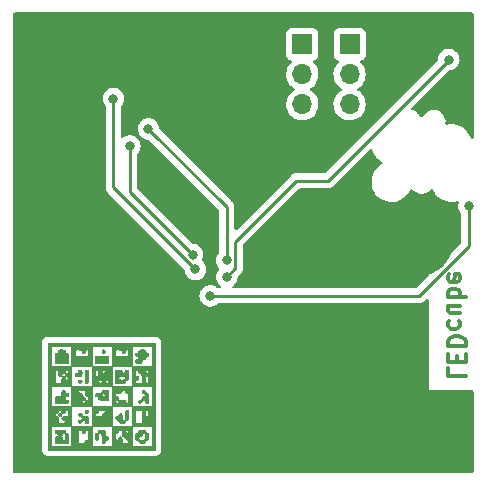
<source format=gbl>
G04 #@! TF.GenerationSoftware,KiCad,Pcbnew,6.0.4+dfsg-1~bpo11+1*
G04 #@! TF.CreationDate,2022-05-23T04:18:15+00:00*
G04 #@! TF.ProjectId,LEDcube,4c454463-7562-4652-9e6b-696361645f70,rev?*
G04 #@! TF.SameCoordinates,Original*
G04 #@! TF.FileFunction,Copper,L2,Bot*
G04 #@! TF.FilePolarity,Positive*
%FSLAX46Y46*%
G04 Gerber Fmt 4.6, Leading zero omitted, Abs format (unit mm)*
G04 Created by KiCad (PCBNEW 6.0.4+dfsg-1~bpo11+1) date 2022-05-23 04:18:15*
%MOMM*%
%LPD*%
G01*
G04 APERTURE LIST*
%ADD10C,0.300000*%
G04 #@! TA.AperFunction,NonConductor*
%ADD11C,0.300000*%
G04 #@! TD*
G04 #@! TA.AperFunction,EtchedComponent*
%ADD12C,0.010000*%
G04 #@! TD*
G04 #@! TA.AperFunction,ComponentPad*
%ADD13C,5.500000*%
G04 #@! TD*
G04 #@! TA.AperFunction,ComponentPad*
%ADD14R,1.700000X1.700000*%
G04 #@! TD*
G04 #@! TA.AperFunction,ComponentPad*
%ADD15O,1.700000X1.700000*%
G04 #@! TD*
G04 #@! TA.AperFunction,ViaPad*
%ADD16C,0.800000*%
G04 #@! TD*
G04 #@! TA.AperFunction,Conductor*
%ADD17C,0.250000*%
G04 #@! TD*
G04 APERTURE END LIST*
D10*
D11*
X117321428Y-110607142D02*
X117321428Y-111321428D01*
X118821428Y-111321428D01*
X118107142Y-110107142D02*
X118107142Y-109607142D01*
X117321428Y-109392857D02*
X117321428Y-110107142D01*
X118821428Y-110107142D01*
X118821428Y-109392857D01*
X117321428Y-108750000D02*
X118821428Y-108750000D01*
X118821428Y-108392857D01*
X118750000Y-108178571D01*
X118607142Y-108035714D01*
X118464285Y-107964285D01*
X118178571Y-107892857D01*
X117964285Y-107892857D01*
X117678571Y-107964285D01*
X117535714Y-108035714D01*
X117392857Y-108178571D01*
X117321428Y-108392857D01*
X117321428Y-108750000D01*
X117392857Y-106607142D02*
X117321428Y-106750000D01*
X117321428Y-107035714D01*
X117392857Y-107178571D01*
X117464285Y-107250000D01*
X117607142Y-107321428D01*
X118035714Y-107321428D01*
X118178571Y-107250000D01*
X118250000Y-107178571D01*
X118321428Y-107035714D01*
X118321428Y-106750000D01*
X118250000Y-106607142D01*
X118321428Y-105321428D02*
X117321428Y-105321428D01*
X118321428Y-105964285D02*
X117535714Y-105964285D01*
X117392857Y-105892857D01*
X117321428Y-105750000D01*
X117321428Y-105535714D01*
X117392857Y-105392857D01*
X117464285Y-105321428D01*
X117321428Y-104607142D02*
X118821428Y-104607142D01*
X118250000Y-104607142D02*
X118321428Y-104464285D01*
X118321428Y-104178571D01*
X118250000Y-104035714D01*
X118178571Y-103964285D01*
X118035714Y-103892857D01*
X117607142Y-103892857D01*
X117464285Y-103964285D01*
X117392857Y-104035714D01*
X117321428Y-104178571D01*
X117321428Y-104464285D01*
X117392857Y-104607142D01*
X117392857Y-102678571D02*
X117321428Y-102821428D01*
X117321428Y-103107142D01*
X117392857Y-103250000D01*
X117535714Y-103321428D01*
X118107142Y-103321428D01*
X118250000Y-103250000D01*
X118321428Y-103107142D01*
X118321428Y-102821428D01*
X118250000Y-102678571D01*
X118107142Y-102607142D01*
X117964285Y-102607142D01*
X117821428Y-103321428D01*
G36*
X91629079Y-112457239D02*
G01*
X91679108Y-112575488D01*
X91702364Y-112666963D01*
X91820613Y-112716992D01*
X91883287Y-112724796D01*
X91934273Y-112776290D01*
X91956954Y-112904406D01*
X91962117Y-113141504D01*
X91959515Y-113329529D01*
X91942351Y-113482485D01*
X91899646Y-113550527D01*
X91820613Y-113566017D01*
X91729138Y-113542761D01*
X91679108Y-113424513D01*
X91655853Y-113333038D01*
X91537604Y-113283009D01*
X91446129Y-113306264D01*
X91396100Y-113424513D01*
X91372844Y-113515988D01*
X91254596Y-113566017D01*
X91163121Y-113542761D01*
X91113092Y-113424513D01*
X91136347Y-113333038D01*
X91254596Y-113283009D01*
X91346071Y-113259753D01*
X91396100Y-113141504D01*
X91419356Y-113050029D01*
X91537604Y-113000000D01*
X91629079Y-112976745D01*
X91679108Y-112858496D01*
X91655853Y-112767021D01*
X91537604Y-112716992D01*
X91446129Y-112693736D01*
X91396100Y-112575488D01*
X91419356Y-112484013D01*
X91537604Y-112433983D01*
X91629079Y-112457239D01*
G37*
D12*
X91629079Y-112457239D02*
X91679108Y-112575488D01*
X91702364Y-112666963D01*
X91820613Y-112716992D01*
X91883287Y-112724796D01*
X91934273Y-112776290D01*
X91956954Y-112904406D01*
X91962117Y-113141504D01*
X91959515Y-113329529D01*
X91942351Y-113482485D01*
X91899646Y-113550527D01*
X91820613Y-113566017D01*
X91729138Y-113542761D01*
X91679108Y-113424513D01*
X91655853Y-113333038D01*
X91537604Y-113283009D01*
X91446129Y-113306264D01*
X91396100Y-113424513D01*
X91372844Y-113515988D01*
X91254596Y-113566017D01*
X91163121Y-113542761D01*
X91113092Y-113424513D01*
X91136347Y-113333038D01*
X91254596Y-113283009D01*
X91346071Y-113259753D01*
X91396100Y-113141504D01*
X91419356Y-113050029D01*
X91537604Y-113000000D01*
X91629079Y-112976745D01*
X91679108Y-112858496D01*
X91655853Y-112767021D01*
X91537604Y-112716992D01*
X91446129Y-112693736D01*
X91396100Y-112575488D01*
X91419356Y-112484013D01*
X91537604Y-112433983D01*
X91629079Y-112457239D01*
G36*
X86817937Y-114155289D02*
G01*
X86867966Y-114273538D01*
X86844711Y-114365013D01*
X86726462Y-114415042D01*
X86634987Y-114391786D01*
X86584958Y-114273538D01*
X86608214Y-114182063D01*
X86726462Y-114132034D01*
X86817937Y-114155289D01*
G37*
X86817937Y-114155289D02*
X86867966Y-114273538D01*
X86844711Y-114365013D01*
X86726462Y-114415042D01*
X86634987Y-114391786D01*
X86584958Y-114273538D01*
X86608214Y-114182063D01*
X86726462Y-114132034D01*
X86817937Y-114155289D01*
G36*
X86251920Y-111608214D02*
G01*
X86301950Y-111726463D01*
X86278694Y-111817937D01*
X86160445Y-111867967D01*
X86068971Y-111844711D01*
X86018941Y-111726463D01*
X86042197Y-111634988D01*
X86160445Y-111584958D01*
X86251920Y-111608214D01*
G37*
X86251920Y-111608214D02*
X86301950Y-111726463D01*
X86278694Y-111817937D01*
X86160445Y-111867967D01*
X86068971Y-111844711D01*
X86018941Y-111726463D01*
X86042197Y-111634988D01*
X86160445Y-111584958D01*
X86251920Y-111608214D01*
G36*
X91913190Y-116655376D02*
G01*
X91820613Y-116679109D01*
X91729138Y-116702365D01*
X91679108Y-116820613D01*
X91663085Y-116902289D01*
X91581254Y-116950251D01*
X91396100Y-116962117D01*
X91232748Y-116954106D01*
X91136825Y-116913190D01*
X91113092Y-116820613D01*
X91089836Y-116729138D01*
X90971588Y-116679109D01*
X90889912Y-116663086D01*
X90841950Y-116581255D01*
X90839152Y-116537605D01*
X91113092Y-116537605D01*
X91129115Y-116619281D01*
X91210946Y-116667242D01*
X91396100Y-116679109D01*
X91495289Y-116678428D01*
X91624643Y-116657742D01*
X91672300Y-116577249D01*
X91679108Y-116396100D01*
X91671097Y-116232749D01*
X91630181Y-116136825D01*
X91537604Y-116113092D01*
X91446129Y-116136348D01*
X91396100Y-116254596D01*
X91372844Y-116346071D01*
X91254596Y-116396100D01*
X91163121Y-116419356D01*
X91113092Y-116537605D01*
X90839152Y-116537605D01*
X90830083Y-116396100D01*
X90838095Y-116232749D01*
X90879010Y-116136825D01*
X90971588Y-116113092D01*
X91063062Y-116089836D01*
X91113092Y-115971588D01*
X91129115Y-115889912D01*
X91210946Y-115841950D01*
X91396100Y-115830084D01*
X91559452Y-115838095D01*
X91655376Y-115879011D01*
X91679108Y-115971588D01*
X91702364Y-116063063D01*
X91820613Y-116113092D01*
X91902288Y-116129115D01*
X91950250Y-116210946D01*
X91962117Y-116396100D01*
X91954105Y-116559452D01*
X91913190Y-116655376D01*
G37*
X91913190Y-116655376D02*
X91820613Y-116679109D01*
X91729138Y-116702365D01*
X91679108Y-116820613D01*
X91663085Y-116902289D01*
X91581254Y-116950251D01*
X91396100Y-116962117D01*
X91232748Y-116954106D01*
X91136825Y-116913190D01*
X91113092Y-116820613D01*
X91089836Y-116729138D01*
X90971588Y-116679109D01*
X90889912Y-116663086D01*
X90841950Y-116581255D01*
X90839152Y-116537605D01*
X91113092Y-116537605D01*
X91129115Y-116619281D01*
X91210946Y-116667242D01*
X91396100Y-116679109D01*
X91495289Y-116678428D01*
X91624643Y-116657742D01*
X91672300Y-116577249D01*
X91679108Y-116396100D01*
X91671097Y-116232749D01*
X91630181Y-116136825D01*
X91537604Y-116113092D01*
X91446129Y-116136348D01*
X91396100Y-116254596D01*
X91372844Y-116346071D01*
X91254596Y-116396100D01*
X91163121Y-116419356D01*
X91113092Y-116537605D01*
X90839152Y-116537605D01*
X90830083Y-116396100D01*
X90838095Y-116232749D01*
X90879010Y-116136825D01*
X90971588Y-116113092D01*
X91063062Y-116089836D01*
X91113092Y-115971588D01*
X91129115Y-115889912D01*
X91210946Y-115841950D01*
X91396100Y-115830084D01*
X91559452Y-115838095D01*
X91655376Y-115879011D01*
X91679108Y-115971588D01*
X91702364Y-116063063D01*
X91820613Y-116113092D01*
X91902288Y-116129115D01*
X91950250Y-116210946D01*
X91962117Y-116396100D01*
X91954105Y-116559452D01*
X91913190Y-116655376D01*
G36*
X84767251Y-109045895D02*
G01*
X84863175Y-109086810D01*
X84886908Y-109179387D01*
X84910164Y-109270862D01*
X85028412Y-109320892D01*
X85091087Y-109328696D01*
X85142072Y-109380189D01*
X85164753Y-109508305D01*
X85169916Y-109745404D01*
X85169916Y-110169917D01*
X84037883Y-110169917D01*
X84037883Y-109745404D01*
X84040484Y-109557380D01*
X84057649Y-109404423D01*
X84100354Y-109336381D01*
X84179387Y-109320892D01*
X84270862Y-109297636D01*
X84320891Y-109179387D01*
X84336914Y-109097712D01*
X84418745Y-109049750D01*
X84603900Y-109037883D01*
X84767251Y-109045895D01*
G37*
X84767251Y-109045895D02*
X84863175Y-109086810D01*
X84886908Y-109179387D01*
X84910164Y-109270862D01*
X85028412Y-109320892D01*
X85091087Y-109328696D01*
X85142072Y-109380189D01*
X85164753Y-109508305D01*
X85169916Y-109745404D01*
X85169916Y-110169917D01*
X84037883Y-110169917D01*
X84037883Y-109745404D01*
X84040484Y-109557380D01*
X84057649Y-109404423D01*
X84100354Y-109336381D01*
X84179387Y-109320892D01*
X84270862Y-109297636D01*
X84320891Y-109179387D01*
X84336914Y-109097712D01*
X84418745Y-109049750D01*
X84603900Y-109037883D01*
X84767251Y-109045895D01*
G36*
X90185237Y-114139838D02*
G01*
X90236223Y-114191332D01*
X90258903Y-114319447D01*
X90264067Y-114556546D01*
X90261465Y-114744571D01*
X90244301Y-114897527D01*
X90201595Y-114965569D01*
X90122562Y-114981059D01*
X90031088Y-115004314D01*
X89981058Y-115122563D01*
X89965035Y-115204239D01*
X89883204Y-115252201D01*
X89698050Y-115264067D01*
X89534698Y-115256056D01*
X89438774Y-115215140D01*
X89415042Y-115122563D01*
X89391786Y-115031088D01*
X89273537Y-114981059D01*
X89182063Y-114957803D01*
X89132033Y-114839555D01*
X89155289Y-114748080D01*
X89273537Y-114698050D01*
X89365012Y-114674795D01*
X89415042Y-114556546D01*
X89438297Y-114465071D01*
X89556546Y-114415042D01*
X89638222Y-114431065D01*
X89686184Y-114512896D01*
X89698050Y-114698050D01*
X89706061Y-114861402D01*
X89746977Y-114957326D01*
X89839554Y-114981059D01*
X89902229Y-114973254D01*
X89953214Y-114921761D01*
X89975895Y-114793645D01*
X89981058Y-114556546D01*
X89983660Y-114368522D01*
X90000824Y-114215566D01*
X90043530Y-114147523D01*
X90122562Y-114132034D01*
X90185237Y-114139838D01*
G37*
X90185237Y-114139838D02*
X90236223Y-114191332D01*
X90258903Y-114319447D01*
X90264067Y-114556546D01*
X90261465Y-114744571D01*
X90244301Y-114897527D01*
X90201595Y-114965569D01*
X90122562Y-114981059D01*
X90031088Y-115004314D01*
X89981058Y-115122563D01*
X89965035Y-115204239D01*
X89883204Y-115252201D01*
X89698050Y-115264067D01*
X89534698Y-115256056D01*
X89438774Y-115215140D01*
X89415042Y-115122563D01*
X89391786Y-115031088D01*
X89273537Y-114981059D01*
X89182063Y-114957803D01*
X89132033Y-114839555D01*
X89155289Y-114748080D01*
X89273537Y-114698050D01*
X89365012Y-114674795D01*
X89415042Y-114556546D01*
X89438297Y-114465071D01*
X89556546Y-114415042D01*
X89638222Y-114431065D01*
X89686184Y-114512896D01*
X89698050Y-114698050D01*
X89706061Y-114861402D01*
X89746977Y-114957326D01*
X89839554Y-114981059D01*
X89902229Y-114973254D01*
X89953214Y-114921761D01*
X89975895Y-114793645D01*
X89981058Y-114556546D01*
X89983660Y-114368522D01*
X90000824Y-114215566D01*
X90043530Y-114147523D01*
X90122562Y-114132034D01*
X90185237Y-114139838D01*
G36*
X88232979Y-109061139D02*
G01*
X88283008Y-109179387D01*
X88259752Y-109270862D01*
X88141504Y-109320892D01*
X88050029Y-109297636D01*
X88000000Y-109179387D01*
X88023255Y-109087912D01*
X88141504Y-109037883D01*
X88232979Y-109061139D01*
G37*
X88232979Y-109061139D02*
X88283008Y-109179387D01*
X88259752Y-109270862D01*
X88141504Y-109320892D01*
X88050029Y-109297636D01*
X88000000Y-109179387D01*
X88023255Y-109087912D01*
X88141504Y-109037883D01*
X88232979Y-109061139D01*
G36*
X88141504Y-113283009D02*
G01*
X87953480Y-113280407D01*
X87800523Y-113263243D01*
X87732481Y-113220537D01*
X87716991Y-113141504D01*
X87693736Y-113050029D01*
X87575487Y-113000000D01*
X87484012Y-112976745D01*
X87433983Y-112858496D01*
X88000000Y-112858496D01*
X88023255Y-112949971D01*
X88141504Y-113000000D01*
X88232979Y-112976745D01*
X88283008Y-112858496D01*
X88259752Y-112767021D01*
X88141504Y-112716992D01*
X88050029Y-112740248D01*
X88000000Y-112858496D01*
X87433983Y-112858496D01*
X87450006Y-112776820D01*
X87531837Y-112728858D01*
X87716991Y-112716992D01*
X87880343Y-112708980D01*
X87976267Y-112668065D01*
X88000000Y-112575488D01*
X88016023Y-112493812D01*
X88097854Y-112445850D01*
X88283008Y-112433983D01*
X88566017Y-112433983D01*
X88566017Y-113283009D01*
X88141504Y-113283009D01*
G37*
X88141504Y-113283009D02*
X87953480Y-113280407D01*
X87800523Y-113263243D01*
X87732481Y-113220537D01*
X87716991Y-113141504D01*
X87693736Y-113050029D01*
X87575487Y-113000000D01*
X87484012Y-112976745D01*
X87433983Y-112858496D01*
X88000000Y-112858496D01*
X88023255Y-112949971D01*
X88141504Y-113000000D01*
X88232979Y-112976745D01*
X88283008Y-112858496D01*
X88259752Y-112767021D01*
X88141504Y-112716992D01*
X88050029Y-112740248D01*
X88000000Y-112858496D01*
X87433983Y-112858496D01*
X87450006Y-112776820D01*
X87531837Y-112728858D01*
X87716991Y-112716992D01*
X87880343Y-112708980D01*
X87976267Y-112668065D01*
X88000000Y-112575488D01*
X88016023Y-112493812D01*
X88097854Y-112445850D01*
X88283008Y-112433983D01*
X88566017Y-112433983D01*
X88566017Y-113283009D01*
X88141504Y-113283009D01*
G36*
X84836879Y-112457239D02*
G01*
X84886908Y-112575488D01*
X84910164Y-112666963D01*
X85028412Y-112716992D01*
X85119887Y-112740248D01*
X85169916Y-112858496D01*
X85146661Y-112949971D01*
X85028412Y-113000000D01*
X84936937Y-113023256D01*
X84886908Y-113141504D01*
X84910164Y-113232979D01*
X85028412Y-113283009D01*
X85119887Y-113306264D01*
X85169916Y-113424513D01*
X85167833Y-113461821D01*
X85139417Y-113518081D01*
X85054931Y-113549456D01*
X84885913Y-113563063D01*
X84603900Y-113566017D01*
X84037883Y-113566017D01*
X84037883Y-113283009D01*
X84038563Y-113183820D01*
X84059250Y-113054465D01*
X84139743Y-113006808D01*
X84320891Y-113000000D01*
X84420080Y-112999320D01*
X84549435Y-112978633D01*
X84597091Y-112898140D01*
X84603900Y-112716992D01*
X84611911Y-112553640D01*
X84652827Y-112457716D01*
X84745404Y-112433983D01*
X84836879Y-112457239D01*
G37*
X84836879Y-112457239D02*
X84886908Y-112575488D01*
X84910164Y-112666963D01*
X85028412Y-112716992D01*
X85119887Y-112740248D01*
X85169916Y-112858496D01*
X85146661Y-112949971D01*
X85028412Y-113000000D01*
X84936937Y-113023256D01*
X84886908Y-113141504D01*
X84910164Y-113232979D01*
X85028412Y-113283009D01*
X85119887Y-113306264D01*
X85169916Y-113424513D01*
X85167833Y-113461821D01*
X85139417Y-113518081D01*
X85054931Y-113549456D01*
X84885913Y-113563063D01*
X84603900Y-113566017D01*
X84037883Y-113566017D01*
X84037883Y-113283009D01*
X84038563Y-113183820D01*
X84059250Y-113054465D01*
X84139743Y-113006808D01*
X84320891Y-113000000D01*
X84420080Y-112999320D01*
X84549435Y-112978633D01*
X84597091Y-112898140D01*
X84603900Y-112716992D01*
X84611911Y-112553640D01*
X84652827Y-112457716D01*
X84745404Y-112433983D01*
X84836879Y-112457239D01*
G36*
X85169916Y-116962117D02*
G01*
X84037883Y-116962117D01*
X84037883Y-116679109D01*
X84045894Y-116515757D01*
X84086810Y-116419833D01*
X84179387Y-116396100D01*
X84603900Y-116396100D01*
X84611911Y-116559452D01*
X84652827Y-116655376D01*
X84745404Y-116679109D01*
X84827080Y-116663086D01*
X84875041Y-116581255D01*
X84886908Y-116396100D01*
X84878896Y-116232749D01*
X84837981Y-116136825D01*
X84745404Y-116113092D01*
X84663728Y-116129115D01*
X84615766Y-116210946D01*
X84603900Y-116396100D01*
X84179387Y-116396100D01*
X84270862Y-116372845D01*
X84320891Y-116254596D01*
X84297635Y-116163121D01*
X84179387Y-116113092D01*
X84087912Y-116089836D01*
X84037883Y-115971588D01*
X84045687Y-115908913D01*
X84097181Y-115857928D01*
X84225296Y-115835247D01*
X84462395Y-115830084D01*
X84650420Y-115832685D01*
X84803376Y-115849850D01*
X84871418Y-115892555D01*
X84886908Y-115971588D01*
X84910164Y-116063063D01*
X85028412Y-116113092D01*
X85091087Y-116120896D01*
X85142072Y-116172390D01*
X85164753Y-116300506D01*
X85166835Y-116396100D01*
X85169916Y-116537605D01*
X85169916Y-116962117D01*
G37*
X85169916Y-116962117D02*
X84037883Y-116962117D01*
X84037883Y-116679109D01*
X84045894Y-116515757D01*
X84086810Y-116419833D01*
X84179387Y-116396100D01*
X84603900Y-116396100D01*
X84611911Y-116559452D01*
X84652827Y-116655376D01*
X84745404Y-116679109D01*
X84827080Y-116663086D01*
X84875041Y-116581255D01*
X84886908Y-116396100D01*
X84878896Y-116232749D01*
X84837981Y-116136825D01*
X84745404Y-116113092D01*
X84663728Y-116129115D01*
X84615766Y-116210946D01*
X84603900Y-116396100D01*
X84179387Y-116396100D01*
X84270862Y-116372845D01*
X84320891Y-116254596D01*
X84297635Y-116163121D01*
X84179387Y-116113092D01*
X84087912Y-116089836D01*
X84037883Y-115971588D01*
X84045687Y-115908913D01*
X84097181Y-115857928D01*
X84225296Y-115835247D01*
X84462395Y-115830084D01*
X84650420Y-115832685D01*
X84803376Y-115849850D01*
X84871418Y-115892555D01*
X84886908Y-115971588D01*
X84910164Y-116063063D01*
X85028412Y-116113092D01*
X85091087Y-116120896D01*
X85142072Y-116172390D01*
X85164753Y-116300506D01*
X85166835Y-116396100D01*
X85169916Y-116537605D01*
X85169916Y-116962117D01*
G36*
X86763771Y-110738016D02*
G01*
X86820030Y-110766433D01*
X86851405Y-110850918D01*
X86865012Y-111019936D01*
X86867966Y-111301950D01*
X86867446Y-111451185D01*
X86860341Y-111676223D01*
X86839220Y-111801723D01*
X86796966Y-111856150D01*
X86726462Y-111867967D01*
X86689154Y-111865884D01*
X86632894Y-111837467D01*
X86601519Y-111752982D01*
X86587912Y-111583964D01*
X86584958Y-111301950D01*
X86585479Y-111152715D01*
X86592583Y-110927678D01*
X86613704Y-110802177D01*
X86655959Y-110747750D01*
X86726462Y-110735933D01*
X86763771Y-110738016D01*
G37*
X86763771Y-110738016D02*
X86820030Y-110766433D01*
X86851405Y-110850918D01*
X86865012Y-111019936D01*
X86867966Y-111301950D01*
X86867446Y-111451185D01*
X86860341Y-111676223D01*
X86839220Y-111801723D01*
X86796966Y-111856150D01*
X86726462Y-111867967D01*
X86689154Y-111865884D01*
X86632894Y-111837467D01*
X86601519Y-111752982D01*
X86587912Y-111583964D01*
X86584958Y-111301950D01*
X86585479Y-111152715D01*
X86592583Y-110927678D01*
X86613704Y-110802177D01*
X86655959Y-110747750D01*
X86726462Y-110735933D01*
X86763771Y-110738016D01*
G36*
X91559452Y-109045895D02*
G01*
X91655376Y-109086810D01*
X91679108Y-109179387D01*
X91702364Y-109270862D01*
X91820613Y-109320892D01*
X91912088Y-109344147D01*
X91962117Y-109462396D01*
X91938861Y-109553871D01*
X91820613Y-109603900D01*
X91729138Y-109627156D01*
X91679108Y-109745404D01*
X91655853Y-109836879D01*
X91537604Y-109886908D01*
X91446129Y-109910164D01*
X91396100Y-110028412D01*
X91380077Y-110110088D01*
X91298246Y-110158050D01*
X91113092Y-110169917D01*
X90949740Y-110161905D01*
X90853816Y-110120990D01*
X90830083Y-110028412D01*
X90853339Y-109936938D01*
X90971588Y-109886908D01*
X91063062Y-109863653D01*
X91113092Y-109745404D01*
X91089836Y-109653929D01*
X90971588Y-109603900D01*
X90880113Y-109580644D01*
X90830083Y-109462396D01*
X90853339Y-109370921D01*
X90971588Y-109320892D01*
X91063062Y-109297636D01*
X91113092Y-109179387D01*
X91129115Y-109097712D01*
X91210946Y-109049750D01*
X91396100Y-109037883D01*
X91559452Y-109045895D01*
G37*
X91559452Y-109045895D02*
X91655376Y-109086810D01*
X91679108Y-109179387D01*
X91702364Y-109270862D01*
X91820613Y-109320892D01*
X91912088Y-109344147D01*
X91962117Y-109462396D01*
X91938861Y-109553871D01*
X91820613Y-109603900D01*
X91729138Y-109627156D01*
X91679108Y-109745404D01*
X91655853Y-109836879D01*
X91537604Y-109886908D01*
X91446129Y-109910164D01*
X91396100Y-110028412D01*
X91380077Y-110110088D01*
X91298246Y-110158050D01*
X91113092Y-110169917D01*
X90949740Y-110161905D01*
X90853816Y-110120990D01*
X90830083Y-110028412D01*
X90853339Y-109936938D01*
X90971588Y-109886908D01*
X91063062Y-109863653D01*
X91113092Y-109745404D01*
X91089836Y-109653929D01*
X90971588Y-109603900D01*
X90880113Y-109580644D01*
X90830083Y-109462396D01*
X90853339Y-109370921D01*
X90971588Y-109320892D01*
X91063062Y-109297636D01*
X91113092Y-109179387D01*
X91129115Y-109097712D01*
X91210946Y-109049750D01*
X91396100Y-109037883D01*
X91559452Y-109045895D01*
G36*
X88566017Y-110169917D02*
G01*
X87433983Y-110169917D01*
X87433983Y-109603900D01*
X88566017Y-109603900D01*
X88566017Y-110169917D01*
G37*
X88566017Y-110169917D02*
X87433983Y-110169917D01*
X87433983Y-109603900D01*
X88566017Y-109603900D01*
X88566017Y-110169917D01*
G36*
X84553870Y-114438298D02*
G01*
X84603900Y-114556546D01*
X84580644Y-114648021D01*
X84462395Y-114698050D01*
X84370920Y-114674795D01*
X84320891Y-114556546D01*
X84344147Y-114465071D01*
X84462395Y-114415042D01*
X84553870Y-114438298D01*
G37*
X84553870Y-114438298D02*
X84603900Y-114556546D01*
X84580644Y-114648021D01*
X84462395Y-114698050D01*
X84370920Y-114674795D01*
X84320891Y-114556546D01*
X84344147Y-114465071D01*
X84462395Y-114415042D01*
X84553870Y-114438298D01*
G36*
X86242121Y-110751956D02*
G01*
X86290083Y-110833787D01*
X86301950Y-111018942D01*
X86301269Y-111118131D01*
X86280583Y-111247485D01*
X86200090Y-111295142D01*
X86018941Y-111301950D01*
X85855590Y-111293939D01*
X85759666Y-111253023D01*
X85735933Y-111160446D01*
X85759189Y-111068971D01*
X85877437Y-111018942D01*
X85968912Y-110995686D01*
X86018941Y-110877438D01*
X86042197Y-110785963D01*
X86160445Y-110735933D01*
X86242121Y-110751956D01*
G37*
X86242121Y-110751956D02*
X86290083Y-110833787D01*
X86301950Y-111018942D01*
X86301269Y-111118131D01*
X86280583Y-111247485D01*
X86200090Y-111295142D01*
X86018941Y-111301950D01*
X85855590Y-111293939D01*
X85759666Y-111253023D01*
X85735933Y-111160446D01*
X85759189Y-111068971D01*
X85877437Y-111018942D01*
X85968912Y-110995686D01*
X86018941Y-110877438D01*
X86042197Y-110785963D01*
X86160445Y-110735933D01*
X86242121Y-110751956D01*
G36*
X83471866Y-117528134D02*
G01*
X83471866Y-117245126D01*
X83754874Y-117245126D01*
X85452925Y-117245126D01*
X85452925Y-116962117D01*
X86018941Y-116962117D01*
X86301950Y-116962117D01*
X86465301Y-116954106D01*
X86561225Y-116913190D01*
X86584958Y-116820613D01*
X86608214Y-116729138D01*
X86726462Y-116679109D01*
X86789137Y-116671304D01*
X86840122Y-116619811D01*
X86862803Y-116491695D01*
X86867966Y-116254596D01*
X86865365Y-116066572D01*
X86848200Y-115913616D01*
X86805495Y-115845573D01*
X86726462Y-115830084D01*
X86634987Y-115853339D01*
X86584958Y-115971588D01*
X86561702Y-116063063D01*
X86443454Y-116113092D01*
X86351979Y-116089836D01*
X86301950Y-115971588D01*
X86278694Y-115880113D01*
X86160445Y-115830084D01*
X86123137Y-115832167D01*
X86066877Y-115860583D01*
X86035502Y-115945069D01*
X86021896Y-116114087D01*
X86018941Y-116396100D01*
X86018941Y-116962117D01*
X85452925Y-116962117D01*
X85452925Y-115547075D01*
X87150975Y-115547075D01*
X87150975Y-117245126D01*
X88849025Y-117245126D01*
X90547075Y-117245126D01*
X92245125Y-117245126D01*
X92245125Y-115547075D01*
X90547075Y-115547075D01*
X90547075Y-117245126D01*
X88849025Y-117245126D01*
X88849025Y-116396100D01*
X89132033Y-116396100D01*
X89140045Y-116559452D01*
X89180960Y-116655376D01*
X89273537Y-116679109D01*
X89365012Y-116655853D01*
X89415042Y-116537605D01*
X89438297Y-116446130D01*
X89556546Y-116396100D01*
X89638222Y-116412123D01*
X89686184Y-116493955D01*
X89698050Y-116679109D01*
X89698730Y-116778298D01*
X89719417Y-116907652D01*
X89799910Y-116955309D01*
X89981058Y-116962117D01*
X90144410Y-116954106D01*
X90240334Y-116913190D01*
X90264067Y-116820613D01*
X90240811Y-116729138D01*
X90122562Y-116679109D01*
X90031088Y-116655853D01*
X89981058Y-116537605D01*
X89957803Y-116446130D01*
X89839554Y-116396100D01*
X89757878Y-116380078D01*
X89709916Y-116298246D01*
X89698050Y-116113092D01*
X89691110Y-115971588D01*
X89981058Y-115971588D01*
X90004314Y-116063063D01*
X90122562Y-116113092D01*
X90214037Y-116089836D01*
X90264067Y-115971588D01*
X90240811Y-115880113D01*
X90122562Y-115830084D01*
X90031088Y-115853339D01*
X89981058Y-115971588D01*
X89691110Y-115971588D01*
X89690038Y-115949740D01*
X89649123Y-115853817D01*
X89556546Y-115830084D01*
X89465071Y-115853339D01*
X89415042Y-115971588D01*
X89391786Y-116063063D01*
X89273537Y-116113092D01*
X89191862Y-116129115D01*
X89143900Y-116210946D01*
X89132033Y-116396100D01*
X88849025Y-116396100D01*
X88849025Y-115547075D01*
X90547075Y-115547075D01*
X90547075Y-114132034D01*
X90830083Y-114132034D01*
X90830083Y-115264067D01*
X91396100Y-115264067D01*
X91396100Y-114415042D01*
X91679108Y-114415042D01*
X91687120Y-114578394D01*
X91728035Y-114674318D01*
X91820613Y-114698050D01*
X91902288Y-114682027D01*
X91950250Y-114600196D01*
X91962117Y-114415042D01*
X91954105Y-114251690D01*
X91913190Y-114155766D01*
X91820613Y-114132034D01*
X91738937Y-114148057D01*
X91690975Y-114229888D01*
X91679108Y-114415042D01*
X91396100Y-114415042D01*
X91396100Y-114132034D01*
X90830083Y-114132034D01*
X90547075Y-114132034D01*
X90547075Y-113849025D01*
X92245125Y-113849025D01*
X92245125Y-112150975D01*
X90547075Y-112150975D01*
X90547075Y-111726463D01*
X90830083Y-111726463D01*
X90846106Y-111808138D01*
X90927937Y-111856100D01*
X91113092Y-111867967D01*
X91396100Y-111867967D01*
X91396100Y-111584958D01*
X91679108Y-111584958D01*
X91687120Y-111748310D01*
X91728035Y-111844234D01*
X91820613Y-111867967D01*
X91902288Y-111851944D01*
X91950250Y-111770113D01*
X91962117Y-111584958D01*
X91954105Y-111421607D01*
X91913190Y-111325683D01*
X91820613Y-111301950D01*
X91738937Y-111317973D01*
X91690975Y-111399804D01*
X91688177Y-111443454D01*
X91679108Y-111584958D01*
X91396100Y-111584958D01*
X91396100Y-111443454D01*
X91393499Y-111255430D01*
X91376334Y-111102474D01*
X91333629Y-111034431D01*
X91254596Y-111018942D01*
X91163121Y-110995686D01*
X91113092Y-110877438D01*
X91679108Y-110877438D01*
X91702364Y-110968912D01*
X91820613Y-111018942D01*
X91912088Y-110995686D01*
X91962117Y-110877438D01*
X91938861Y-110785963D01*
X91820613Y-110735933D01*
X91729138Y-110759189D01*
X91679108Y-110877438D01*
X91113092Y-110877438D01*
X91089836Y-110785963D01*
X90971588Y-110735933D01*
X90889912Y-110751956D01*
X90841950Y-110833787D01*
X90830083Y-111018942D01*
X90838095Y-111182293D01*
X90879010Y-111278217D01*
X90971588Y-111301950D01*
X91063062Y-111325206D01*
X91113092Y-111443454D01*
X91089836Y-111534929D01*
X90971588Y-111584958D01*
X90880113Y-111608214D01*
X90830083Y-111726463D01*
X90547075Y-111726463D01*
X90547075Y-110452925D01*
X92245125Y-110452925D01*
X92245125Y-108754875D01*
X90547075Y-108754875D01*
X90547075Y-110452925D01*
X88849025Y-110452925D01*
X88849025Y-109603900D01*
X89132033Y-109603900D01*
X90264067Y-109603900D01*
X90264067Y-109320892D01*
X90256055Y-109157540D01*
X90215140Y-109061616D01*
X90122562Y-109037883D01*
X90031088Y-109061139D01*
X89981058Y-109179387D01*
X89957803Y-109270862D01*
X89839554Y-109320892D01*
X89748079Y-109297636D01*
X89698050Y-109179387D01*
X89682027Y-109097712D01*
X89600196Y-109049750D01*
X89415042Y-109037883D01*
X89315853Y-109038564D01*
X89186498Y-109059250D01*
X89138841Y-109139743D01*
X89132033Y-109320892D01*
X89132033Y-109603900D01*
X88849025Y-109603900D01*
X88849025Y-108754875D01*
X87150975Y-108754875D01*
X87150975Y-110452925D01*
X85452925Y-110452925D01*
X85452925Y-112150975D01*
X83754874Y-112150975D01*
X83754874Y-113849025D01*
X85452925Y-113849025D01*
X85452925Y-115547075D01*
X83754874Y-115547075D01*
X83754874Y-117245126D01*
X83471866Y-117245126D01*
X83471866Y-114556546D01*
X84037883Y-114556546D01*
X84061138Y-114648021D01*
X84179387Y-114698050D01*
X84261063Y-114714073D01*
X84309025Y-114795904D01*
X84320891Y-114981059D01*
X84321572Y-115080248D01*
X84342258Y-115209602D01*
X84422751Y-115257259D01*
X84603900Y-115264067D01*
X84767251Y-115256056D01*
X84863175Y-115215140D01*
X84886908Y-115122563D01*
X84863652Y-115031088D01*
X84745404Y-114981059D01*
X84653929Y-114957803D01*
X84603900Y-114839555D01*
X84619922Y-114757879D01*
X84701754Y-114709917D01*
X84886908Y-114698050D01*
X84986097Y-114697370D01*
X85115451Y-114676683D01*
X85163108Y-114596190D01*
X85169916Y-114415042D01*
X85161905Y-114251690D01*
X85120989Y-114155766D01*
X85028412Y-114132034D01*
X84936937Y-114155289D01*
X84886908Y-114273538D01*
X84863652Y-114365013D01*
X84745404Y-114415042D01*
X84653929Y-114391786D01*
X84603900Y-114273538D01*
X84580644Y-114182063D01*
X84462395Y-114132034D01*
X84370920Y-114155289D01*
X84320891Y-114273538D01*
X84297635Y-114365013D01*
X84179387Y-114415042D01*
X84087912Y-114438298D01*
X84037883Y-114556546D01*
X83471866Y-114556546D01*
X83471866Y-111867967D01*
X84037883Y-111867967D01*
X84320891Y-111867967D01*
X84420080Y-111867286D01*
X84549435Y-111846600D01*
X84597091Y-111766107D01*
X84603900Y-111584958D01*
X84611911Y-111421607D01*
X84652827Y-111325683D01*
X84745404Y-111301950D01*
X84836879Y-111325206D01*
X84886908Y-111443454D01*
X84910164Y-111534929D01*
X85028412Y-111584958D01*
X85119887Y-111561703D01*
X85169916Y-111443454D01*
X85146661Y-111351979D01*
X85028412Y-111301950D01*
X84936937Y-111278694D01*
X84886908Y-111160446D01*
X84910164Y-111068971D01*
X85028412Y-111018942D01*
X85119887Y-110995686D01*
X85169916Y-110877438D01*
X85146661Y-110785963D01*
X85028412Y-110735933D01*
X84936937Y-110759189D01*
X84886908Y-110877438D01*
X84863652Y-110968912D01*
X84745404Y-111018942D01*
X84653929Y-111042197D01*
X84603900Y-111160446D01*
X84580644Y-111251921D01*
X84462395Y-111301950D01*
X84380719Y-111285927D01*
X84332758Y-111204096D01*
X84320891Y-111018942D01*
X84312880Y-110855590D01*
X84271964Y-110759666D01*
X84179387Y-110735933D01*
X84142078Y-110738016D01*
X84085819Y-110766433D01*
X84054444Y-110850918D01*
X84040837Y-111019936D01*
X84037883Y-111301950D01*
X84037883Y-111867967D01*
X83471866Y-111867967D01*
X83471866Y-108754875D01*
X83754874Y-108754875D01*
X83754874Y-110452925D01*
X85452925Y-110452925D01*
X85452925Y-109603900D01*
X85735933Y-109603900D01*
X86867966Y-109603900D01*
X86867966Y-109320892D01*
X86859955Y-109157540D01*
X86819039Y-109061616D01*
X86726462Y-109037883D01*
X86634987Y-109061139D01*
X86584958Y-109179387D01*
X86561702Y-109270862D01*
X86443454Y-109320892D01*
X86351979Y-109297636D01*
X86301950Y-109179387D01*
X86285927Y-109097712D01*
X86204096Y-109049750D01*
X86018941Y-109037883D01*
X85919752Y-109038564D01*
X85790398Y-109059250D01*
X85742741Y-109139743D01*
X85735933Y-109320892D01*
X85735933Y-109603900D01*
X85452925Y-109603900D01*
X85452925Y-108754875D01*
X83754874Y-108754875D01*
X83471866Y-108754875D01*
X83471866Y-108471867D01*
X92528133Y-108471867D01*
X92528133Y-117528134D01*
X83471866Y-117528134D01*
G37*
X83471866Y-117528134D02*
X83471866Y-117245126D01*
X83754874Y-117245126D01*
X85452925Y-117245126D01*
X85452925Y-116962117D01*
X86018941Y-116962117D01*
X86301950Y-116962117D01*
X86465301Y-116954106D01*
X86561225Y-116913190D01*
X86584958Y-116820613D01*
X86608214Y-116729138D01*
X86726462Y-116679109D01*
X86789137Y-116671304D01*
X86840122Y-116619811D01*
X86862803Y-116491695D01*
X86867966Y-116254596D01*
X86865365Y-116066572D01*
X86848200Y-115913616D01*
X86805495Y-115845573D01*
X86726462Y-115830084D01*
X86634987Y-115853339D01*
X86584958Y-115971588D01*
X86561702Y-116063063D01*
X86443454Y-116113092D01*
X86351979Y-116089836D01*
X86301950Y-115971588D01*
X86278694Y-115880113D01*
X86160445Y-115830084D01*
X86123137Y-115832167D01*
X86066877Y-115860583D01*
X86035502Y-115945069D01*
X86021896Y-116114087D01*
X86018941Y-116396100D01*
X86018941Y-116962117D01*
X85452925Y-116962117D01*
X85452925Y-115547075D01*
X87150975Y-115547075D01*
X87150975Y-117245126D01*
X88849025Y-117245126D01*
X90547075Y-117245126D01*
X92245125Y-117245126D01*
X92245125Y-115547075D01*
X90547075Y-115547075D01*
X90547075Y-117245126D01*
X88849025Y-117245126D01*
X88849025Y-116396100D01*
X89132033Y-116396100D01*
X89140045Y-116559452D01*
X89180960Y-116655376D01*
X89273537Y-116679109D01*
X89365012Y-116655853D01*
X89415042Y-116537605D01*
X89438297Y-116446130D01*
X89556546Y-116396100D01*
X89638222Y-116412123D01*
X89686184Y-116493955D01*
X89698050Y-116679109D01*
X89698730Y-116778298D01*
X89719417Y-116907652D01*
X89799910Y-116955309D01*
X89981058Y-116962117D01*
X90144410Y-116954106D01*
X90240334Y-116913190D01*
X90264067Y-116820613D01*
X90240811Y-116729138D01*
X90122562Y-116679109D01*
X90031088Y-116655853D01*
X89981058Y-116537605D01*
X89957803Y-116446130D01*
X89839554Y-116396100D01*
X89757878Y-116380078D01*
X89709916Y-116298246D01*
X89698050Y-116113092D01*
X89691110Y-115971588D01*
X89981058Y-115971588D01*
X90004314Y-116063063D01*
X90122562Y-116113092D01*
X90214037Y-116089836D01*
X90264067Y-115971588D01*
X90240811Y-115880113D01*
X90122562Y-115830084D01*
X90031088Y-115853339D01*
X89981058Y-115971588D01*
X89691110Y-115971588D01*
X89690038Y-115949740D01*
X89649123Y-115853817D01*
X89556546Y-115830084D01*
X89465071Y-115853339D01*
X89415042Y-115971588D01*
X89391786Y-116063063D01*
X89273537Y-116113092D01*
X89191862Y-116129115D01*
X89143900Y-116210946D01*
X89132033Y-116396100D01*
X88849025Y-116396100D01*
X88849025Y-115547075D01*
X90547075Y-115547075D01*
X90547075Y-114132034D01*
X90830083Y-114132034D01*
X90830083Y-115264067D01*
X91396100Y-115264067D01*
X91396100Y-114415042D01*
X91679108Y-114415042D01*
X91687120Y-114578394D01*
X91728035Y-114674318D01*
X91820613Y-114698050D01*
X91902288Y-114682027D01*
X91950250Y-114600196D01*
X91962117Y-114415042D01*
X91954105Y-114251690D01*
X91913190Y-114155766D01*
X91820613Y-114132034D01*
X91738937Y-114148057D01*
X91690975Y-114229888D01*
X91679108Y-114415042D01*
X91396100Y-114415042D01*
X91396100Y-114132034D01*
X90830083Y-114132034D01*
X90547075Y-114132034D01*
X90547075Y-113849025D01*
X92245125Y-113849025D01*
X92245125Y-112150975D01*
X90547075Y-112150975D01*
X90547075Y-111726463D01*
X90830083Y-111726463D01*
X90846106Y-111808138D01*
X90927937Y-111856100D01*
X91113092Y-111867967D01*
X91396100Y-111867967D01*
X91396100Y-111584958D01*
X91679108Y-111584958D01*
X91687120Y-111748310D01*
X91728035Y-111844234D01*
X91820613Y-111867967D01*
X91902288Y-111851944D01*
X91950250Y-111770113D01*
X91962117Y-111584958D01*
X91954105Y-111421607D01*
X91913190Y-111325683D01*
X91820613Y-111301950D01*
X91738937Y-111317973D01*
X91690975Y-111399804D01*
X91688177Y-111443454D01*
X91679108Y-111584958D01*
X91396100Y-111584958D01*
X91396100Y-111443454D01*
X91393499Y-111255430D01*
X91376334Y-111102474D01*
X91333629Y-111034431D01*
X91254596Y-111018942D01*
X91163121Y-110995686D01*
X91113092Y-110877438D01*
X91679108Y-110877438D01*
X91702364Y-110968912D01*
X91820613Y-111018942D01*
X91912088Y-110995686D01*
X91962117Y-110877438D01*
X91938861Y-110785963D01*
X91820613Y-110735933D01*
X91729138Y-110759189D01*
X91679108Y-110877438D01*
X91113092Y-110877438D01*
X91089836Y-110785963D01*
X90971588Y-110735933D01*
X90889912Y-110751956D01*
X90841950Y-110833787D01*
X90830083Y-111018942D01*
X90838095Y-111182293D01*
X90879010Y-111278217D01*
X90971588Y-111301950D01*
X91063062Y-111325206D01*
X91113092Y-111443454D01*
X91089836Y-111534929D01*
X90971588Y-111584958D01*
X90880113Y-111608214D01*
X90830083Y-111726463D01*
X90547075Y-111726463D01*
X90547075Y-110452925D01*
X92245125Y-110452925D01*
X92245125Y-108754875D01*
X90547075Y-108754875D01*
X90547075Y-110452925D01*
X88849025Y-110452925D01*
X88849025Y-109603900D01*
X89132033Y-109603900D01*
X90264067Y-109603900D01*
X90264067Y-109320892D01*
X90256055Y-109157540D01*
X90215140Y-109061616D01*
X90122562Y-109037883D01*
X90031088Y-109061139D01*
X89981058Y-109179387D01*
X89957803Y-109270862D01*
X89839554Y-109320892D01*
X89748079Y-109297636D01*
X89698050Y-109179387D01*
X89682027Y-109097712D01*
X89600196Y-109049750D01*
X89415042Y-109037883D01*
X89315853Y-109038564D01*
X89186498Y-109059250D01*
X89138841Y-109139743D01*
X89132033Y-109320892D01*
X89132033Y-109603900D01*
X88849025Y-109603900D01*
X88849025Y-108754875D01*
X87150975Y-108754875D01*
X87150975Y-110452925D01*
X85452925Y-110452925D01*
X85452925Y-112150975D01*
X83754874Y-112150975D01*
X83754874Y-113849025D01*
X85452925Y-113849025D01*
X85452925Y-115547075D01*
X83754874Y-115547075D01*
X83754874Y-117245126D01*
X83471866Y-117245126D01*
X83471866Y-114556546D01*
X84037883Y-114556546D01*
X84061138Y-114648021D01*
X84179387Y-114698050D01*
X84261063Y-114714073D01*
X84309025Y-114795904D01*
X84320891Y-114981059D01*
X84321572Y-115080248D01*
X84342258Y-115209602D01*
X84422751Y-115257259D01*
X84603900Y-115264067D01*
X84767251Y-115256056D01*
X84863175Y-115215140D01*
X84886908Y-115122563D01*
X84863652Y-115031088D01*
X84745404Y-114981059D01*
X84653929Y-114957803D01*
X84603900Y-114839555D01*
X84619922Y-114757879D01*
X84701754Y-114709917D01*
X84886908Y-114698050D01*
X84986097Y-114697370D01*
X85115451Y-114676683D01*
X85163108Y-114596190D01*
X85169916Y-114415042D01*
X85161905Y-114251690D01*
X85120989Y-114155766D01*
X85028412Y-114132034D01*
X84936937Y-114155289D01*
X84886908Y-114273538D01*
X84863652Y-114365013D01*
X84745404Y-114415042D01*
X84653929Y-114391786D01*
X84603900Y-114273538D01*
X84580644Y-114182063D01*
X84462395Y-114132034D01*
X84370920Y-114155289D01*
X84320891Y-114273538D01*
X84297635Y-114365013D01*
X84179387Y-114415042D01*
X84087912Y-114438298D01*
X84037883Y-114556546D01*
X83471866Y-114556546D01*
X83471866Y-111867967D01*
X84037883Y-111867967D01*
X84320891Y-111867967D01*
X84420080Y-111867286D01*
X84549435Y-111846600D01*
X84597091Y-111766107D01*
X84603900Y-111584958D01*
X84611911Y-111421607D01*
X84652827Y-111325683D01*
X84745404Y-111301950D01*
X84836879Y-111325206D01*
X84886908Y-111443454D01*
X84910164Y-111534929D01*
X85028412Y-111584958D01*
X85119887Y-111561703D01*
X85169916Y-111443454D01*
X85146661Y-111351979D01*
X85028412Y-111301950D01*
X84936937Y-111278694D01*
X84886908Y-111160446D01*
X84910164Y-111068971D01*
X85028412Y-111018942D01*
X85119887Y-110995686D01*
X85169916Y-110877438D01*
X85146661Y-110785963D01*
X85028412Y-110735933D01*
X84936937Y-110759189D01*
X84886908Y-110877438D01*
X84863652Y-110968912D01*
X84745404Y-111018942D01*
X84653929Y-111042197D01*
X84603900Y-111160446D01*
X84580644Y-111251921D01*
X84462395Y-111301950D01*
X84380719Y-111285927D01*
X84332758Y-111204096D01*
X84320891Y-111018942D01*
X84312880Y-110855590D01*
X84271964Y-110759666D01*
X84179387Y-110735933D01*
X84142078Y-110738016D01*
X84085819Y-110766433D01*
X84054444Y-110850918D01*
X84040837Y-111019936D01*
X84037883Y-111301950D01*
X84037883Y-111867967D01*
X83471866Y-111867967D01*
X83471866Y-108754875D01*
X83754874Y-108754875D01*
X83754874Y-110452925D01*
X85452925Y-110452925D01*
X85452925Y-109603900D01*
X85735933Y-109603900D01*
X86867966Y-109603900D01*
X86867966Y-109320892D01*
X86859955Y-109157540D01*
X86819039Y-109061616D01*
X86726462Y-109037883D01*
X86634987Y-109061139D01*
X86584958Y-109179387D01*
X86561702Y-109270862D01*
X86443454Y-109320892D01*
X86351979Y-109297636D01*
X86301950Y-109179387D01*
X86285927Y-109097712D01*
X86204096Y-109049750D01*
X86018941Y-109037883D01*
X85919752Y-109038564D01*
X85790398Y-109059250D01*
X85742741Y-109139743D01*
X85735933Y-109320892D01*
X85735933Y-109603900D01*
X85452925Y-109603900D01*
X85452925Y-108754875D01*
X83754874Y-108754875D01*
X83471866Y-108754875D01*
X83471866Y-108471867D01*
X92528133Y-108471867D01*
X92528133Y-117528134D01*
X83471866Y-117528134D01*
G36*
X90201595Y-111569469D02*
G01*
X90122562Y-111584958D01*
X90031088Y-111608214D01*
X89981058Y-111726463D01*
X89973254Y-111789137D01*
X89921760Y-111840123D01*
X89793645Y-111862804D01*
X89556546Y-111867967D01*
X89132033Y-111867967D01*
X89132033Y-111443454D01*
X89415042Y-111443454D01*
X89431065Y-111525130D01*
X89512896Y-111573092D01*
X89698050Y-111584958D01*
X89861402Y-111576947D01*
X89957325Y-111536031D01*
X89981058Y-111443454D01*
X89965035Y-111361778D01*
X89883204Y-111313816D01*
X89698050Y-111301950D01*
X89534698Y-111309962D01*
X89438774Y-111350877D01*
X89415042Y-111443454D01*
X89132033Y-111443454D01*
X89132033Y-110735933D01*
X89415042Y-110735933D01*
X89578393Y-110743945D01*
X89674317Y-110784860D01*
X89698050Y-110877438D01*
X89721306Y-110968912D01*
X89839554Y-111018942D01*
X89931029Y-110995686D01*
X89981058Y-110877438D01*
X90004314Y-110785963D01*
X90122562Y-110735933D01*
X90185237Y-110743738D01*
X90236223Y-110795231D01*
X90258903Y-110923347D01*
X90264067Y-111160446D01*
X90261465Y-111348470D01*
X90250806Y-111443454D01*
X90244301Y-111501427D01*
X90201595Y-111569469D01*
G37*
X90201595Y-111569469D02*
X90122562Y-111584958D01*
X90031088Y-111608214D01*
X89981058Y-111726463D01*
X89973254Y-111789137D01*
X89921760Y-111840123D01*
X89793645Y-111862804D01*
X89556546Y-111867967D01*
X89132033Y-111867967D01*
X89132033Y-111443454D01*
X89415042Y-111443454D01*
X89431065Y-111525130D01*
X89512896Y-111573092D01*
X89698050Y-111584958D01*
X89861402Y-111576947D01*
X89957325Y-111536031D01*
X89981058Y-111443454D01*
X89965035Y-111361778D01*
X89883204Y-111313816D01*
X89698050Y-111301950D01*
X89534698Y-111309962D01*
X89438774Y-111350877D01*
X89415042Y-111443454D01*
X89132033Y-111443454D01*
X89132033Y-110735933D01*
X89415042Y-110735933D01*
X89578393Y-110743945D01*
X89674317Y-110784860D01*
X89698050Y-110877438D01*
X89721306Y-110968912D01*
X89839554Y-111018942D01*
X89931029Y-110995686D01*
X89981058Y-110877438D01*
X90004314Y-110785963D01*
X90122562Y-110735933D01*
X90185237Y-110743738D01*
X90236223Y-110795231D01*
X90258903Y-110923347D01*
X90264067Y-111160446D01*
X90261465Y-111348470D01*
X90250806Y-111443454D01*
X90244301Y-111501427D01*
X90201595Y-111569469D01*
G36*
X86251920Y-114438298D02*
G01*
X86301950Y-114556546D01*
X86317973Y-114638222D01*
X86399804Y-114686184D01*
X86584958Y-114698050D01*
X86684147Y-114698731D01*
X86813501Y-114719417D01*
X86861158Y-114799910D01*
X86867966Y-114981059D01*
X86859955Y-115144410D01*
X86819039Y-115240334D01*
X86726462Y-115264067D01*
X86634987Y-115240811D01*
X86584958Y-115122563D01*
X86561702Y-115031088D01*
X86443454Y-114981059D01*
X86351979Y-115004314D01*
X86301950Y-115122563D01*
X86278694Y-115214038D01*
X86160445Y-115264067D01*
X86068971Y-115240811D01*
X86018941Y-115122563D01*
X86042197Y-115031088D01*
X86160445Y-114981059D01*
X86251920Y-114957803D01*
X86301950Y-114839555D01*
X86278694Y-114748080D01*
X86160445Y-114698050D01*
X86068971Y-114674795D01*
X86018941Y-114556546D01*
X86042197Y-114465071D01*
X86160445Y-114415042D01*
X86251920Y-114438298D01*
G37*
X86251920Y-114438298D02*
X86301950Y-114556546D01*
X86317973Y-114638222D01*
X86399804Y-114686184D01*
X86584958Y-114698050D01*
X86684147Y-114698731D01*
X86813501Y-114719417D01*
X86861158Y-114799910D01*
X86867966Y-114981059D01*
X86859955Y-115144410D01*
X86819039Y-115240334D01*
X86726462Y-115264067D01*
X86634987Y-115240811D01*
X86584958Y-115122563D01*
X86561702Y-115031088D01*
X86443454Y-114981059D01*
X86351979Y-115004314D01*
X86301950Y-115122563D01*
X86278694Y-115214038D01*
X86160445Y-115264067D01*
X86068971Y-115240811D01*
X86018941Y-115122563D01*
X86042197Y-115031088D01*
X86160445Y-114981059D01*
X86251920Y-114957803D01*
X86301950Y-114839555D01*
X86278694Y-114748080D01*
X86160445Y-114698050D01*
X86068971Y-114674795D01*
X86018941Y-114556546D01*
X86042197Y-114465071D01*
X86160445Y-114415042D01*
X86251920Y-114438298D01*
G36*
X88099189Y-115830764D02*
G01*
X88228543Y-115851451D01*
X88276200Y-115931944D01*
X88283008Y-116113092D01*
X88291020Y-116276444D01*
X88331935Y-116372368D01*
X88424512Y-116396100D01*
X88515987Y-116419356D01*
X88566017Y-116537605D01*
X88542761Y-116629080D01*
X88424512Y-116679109D01*
X88333037Y-116702365D01*
X88283008Y-116820613D01*
X88259752Y-116912088D01*
X88141504Y-116962117D01*
X88078829Y-116954313D01*
X88027844Y-116902819D01*
X88005163Y-116774704D01*
X88000000Y-116537605D01*
X87997398Y-116349580D01*
X87980234Y-116196624D01*
X87937529Y-116128582D01*
X87858496Y-116113092D01*
X87776820Y-116129115D01*
X87728858Y-116210946D01*
X87716991Y-116396100D01*
X87708980Y-116559452D01*
X87668064Y-116655376D01*
X87575487Y-116679109D01*
X87493811Y-116663086D01*
X87445849Y-116581255D01*
X87433983Y-116396100D01*
X87441995Y-116232749D01*
X87482910Y-116136825D01*
X87575487Y-116113092D01*
X87666962Y-116089836D01*
X87716991Y-115971588D01*
X87733014Y-115889912D01*
X87814845Y-115841950D01*
X88000000Y-115830084D01*
X88099189Y-115830764D01*
G37*
X88099189Y-115830764D02*
X88228543Y-115851451D01*
X88276200Y-115931944D01*
X88283008Y-116113092D01*
X88291020Y-116276444D01*
X88331935Y-116372368D01*
X88424512Y-116396100D01*
X88515987Y-116419356D01*
X88566017Y-116537605D01*
X88542761Y-116629080D01*
X88424512Y-116679109D01*
X88333037Y-116702365D01*
X88283008Y-116820613D01*
X88259752Y-116912088D01*
X88141504Y-116962117D01*
X88078829Y-116954313D01*
X88027844Y-116902819D01*
X88005163Y-116774704D01*
X88000000Y-116537605D01*
X87997398Y-116349580D01*
X87980234Y-116196624D01*
X87937529Y-116128582D01*
X87858496Y-116113092D01*
X87776820Y-116129115D01*
X87728858Y-116210946D01*
X87716991Y-116396100D01*
X87708980Y-116559452D01*
X87668064Y-116655376D01*
X87575487Y-116679109D01*
X87493811Y-116663086D01*
X87445849Y-116581255D01*
X87433983Y-116396100D01*
X87441995Y-116232749D01*
X87482910Y-116136825D01*
X87575487Y-116113092D01*
X87666962Y-116089836D01*
X87716991Y-115971588D01*
X87733014Y-115889912D01*
X87814845Y-115841950D01*
X88000000Y-115830084D01*
X88099189Y-115830764D01*
G36*
X88849025Y-113849025D02*
G01*
X88849025Y-113424513D01*
X89132033Y-113424513D01*
X89155289Y-113515988D01*
X89273537Y-113566017D01*
X89365012Y-113542761D01*
X89415042Y-113424513D01*
X89431065Y-113342837D01*
X89512896Y-113294875D01*
X89698050Y-113283009D01*
X89861402Y-113291020D01*
X89957325Y-113331936D01*
X89981058Y-113424513D01*
X90004314Y-113515988D01*
X90122562Y-113566017D01*
X90185237Y-113558213D01*
X90236223Y-113506719D01*
X90258903Y-113378603D01*
X90264067Y-113141504D01*
X90261465Y-112953480D01*
X90244301Y-112800524D01*
X90201595Y-112732481D01*
X90122562Y-112716992D01*
X90031088Y-112693736D01*
X89981058Y-112575488D01*
X89957803Y-112484013D01*
X89839554Y-112433983D01*
X89748079Y-112457239D01*
X89698050Y-112575488D01*
X89682027Y-112657164D01*
X89600196Y-112705125D01*
X89415042Y-112716992D01*
X89251690Y-112725003D01*
X89155766Y-112765919D01*
X89132033Y-112858496D01*
X89155289Y-112949971D01*
X89273537Y-113000000D01*
X89365012Y-113023256D01*
X89415042Y-113141504D01*
X89391786Y-113232979D01*
X89273537Y-113283009D01*
X89182063Y-113306264D01*
X89132033Y-113424513D01*
X88849025Y-113424513D01*
X88849025Y-112150975D01*
X90547075Y-112150975D01*
X90547075Y-113849025D01*
X88849025Y-113849025D01*
X88849025Y-115547075D01*
X87150975Y-115547075D01*
X87150975Y-114556546D01*
X87433983Y-114556546D01*
X87450006Y-114638222D01*
X87531837Y-114686184D01*
X87716991Y-114698050D01*
X87880343Y-114690039D01*
X87976267Y-114649123D01*
X88000000Y-114556546D01*
X88023255Y-114465071D01*
X88141504Y-114415042D01*
X88232979Y-114391786D01*
X88283008Y-114273538D01*
X88266985Y-114191862D01*
X88185154Y-114143900D01*
X88000000Y-114132034D01*
X87836648Y-114140045D01*
X87740724Y-114180961D01*
X87716991Y-114273538D01*
X87693736Y-114365013D01*
X87575487Y-114415042D01*
X87484012Y-114438298D01*
X87433983Y-114556546D01*
X87150975Y-114556546D01*
X87150975Y-113849025D01*
X85452925Y-113849025D01*
X85452925Y-112575488D01*
X86018941Y-112575488D01*
X86042197Y-112666963D01*
X86160445Y-112716992D01*
X86251920Y-112740248D01*
X86301950Y-112858496D01*
X86325205Y-112949971D01*
X86443454Y-113000000D01*
X86534929Y-113023256D01*
X86584958Y-113141504D01*
X86561702Y-113232979D01*
X86443454Y-113283009D01*
X86351979Y-113306264D01*
X86301950Y-113424513D01*
X86325205Y-113515988D01*
X86443454Y-113566017D01*
X86534929Y-113542761D01*
X86584958Y-113424513D01*
X86608214Y-113333038D01*
X86726462Y-113283009D01*
X86817937Y-113259753D01*
X86867966Y-113141504D01*
X86844711Y-113050029D01*
X86726462Y-113000000D01*
X86644786Y-112983977D01*
X86596824Y-112902146D01*
X86584958Y-112716992D01*
X86584277Y-112617803D01*
X86563591Y-112488448D01*
X86483098Y-112440792D01*
X86301950Y-112433983D01*
X86138598Y-112441995D01*
X86042674Y-112482911D01*
X86018941Y-112575488D01*
X85452925Y-112575488D01*
X85452925Y-112150975D01*
X87150975Y-112150975D01*
X87150975Y-111726463D01*
X87716991Y-111726463D01*
X87740247Y-111817937D01*
X87858496Y-111867967D01*
X87949971Y-111844711D01*
X88000000Y-111726463D01*
X88283008Y-111726463D01*
X88306264Y-111817937D01*
X88424512Y-111867967D01*
X88515987Y-111844711D01*
X88566017Y-111726463D01*
X88542761Y-111634988D01*
X88424512Y-111584958D01*
X88333037Y-111608214D01*
X88283008Y-111726463D01*
X88000000Y-111726463D01*
X87976744Y-111634988D01*
X87858496Y-111584958D01*
X87767021Y-111608214D01*
X87716991Y-111726463D01*
X87150975Y-111726463D01*
X87150975Y-111018942D01*
X87433983Y-111018942D01*
X87441995Y-111182293D01*
X87482910Y-111278217D01*
X87575487Y-111301950D01*
X87657163Y-111285927D01*
X87705125Y-111204096D01*
X87716991Y-111018942D01*
X87710051Y-110877438D01*
X88000000Y-110877438D01*
X88023255Y-110968912D01*
X88141504Y-111018942D01*
X88232979Y-110995686D01*
X88283008Y-110877438D01*
X88259752Y-110785963D01*
X88141504Y-110735933D01*
X88050029Y-110759189D01*
X88000000Y-110877438D01*
X87710051Y-110877438D01*
X87708980Y-110855590D01*
X87668064Y-110759666D01*
X87575487Y-110735933D01*
X87493811Y-110751956D01*
X87445849Y-110833787D01*
X87433983Y-111018942D01*
X87150975Y-111018942D01*
X87150975Y-110452925D01*
X88849025Y-110452925D01*
X88849025Y-112150975D01*
X87150975Y-112150975D01*
X87150975Y-113849025D01*
X88849025Y-113849025D01*
G37*
X88849025Y-113849025D02*
X88849025Y-113424513D01*
X89132033Y-113424513D01*
X89155289Y-113515988D01*
X89273537Y-113566017D01*
X89365012Y-113542761D01*
X89415042Y-113424513D01*
X89431065Y-113342837D01*
X89512896Y-113294875D01*
X89698050Y-113283009D01*
X89861402Y-113291020D01*
X89957325Y-113331936D01*
X89981058Y-113424513D01*
X90004314Y-113515988D01*
X90122562Y-113566017D01*
X90185237Y-113558213D01*
X90236223Y-113506719D01*
X90258903Y-113378603D01*
X90264067Y-113141504D01*
X90261465Y-112953480D01*
X90244301Y-112800524D01*
X90201595Y-112732481D01*
X90122562Y-112716992D01*
X90031088Y-112693736D01*
X89981058Y-112575488D01*
X89957803Y-112484013D01*
X89839554Y-112433983D01*
X89748079Y-112457239D01*
X89698050Y-112575488D01*
X89682027Y-112657164D01*
X89600196Y-112705125D01*
X89415042Y-112716992D01*
X89251690Y-112725003D01*
X89155766Y-112765919D01*
X89132033Y-112858496D01*
X89155289Y-112949971D01*
X89273537Y-113000000D01*
X89365012Y-113023256D01*
X89415042Y-113141504D01*
X89391786Y-113232979D01*
X89273537Y-113283009D01*
X89182063Y-113306264D01*
X89132033Y-113424513D01*
X88849025Y-113424513D01*
X88849025Y-112150975D01*
X90547075Y-112150975D01*
X90547075Y-113849025D01*
X88849025Y-113849025D01*
X88849025Y-115547075D01*
X87150975Y-115547075D01*
X87150975Y-114556546D01*
X87433983Y-114556546D01*
X87450006Y-114638222D01*
X87531837Y-114686184D01*
X87716991Y-114698050D01*
X87880343Y-114690039D01*
X87976267Y-114649123D01*
X88000000Y-114556546D01*
X88023255Y-114465071D01*
X88141504Y-114415042D01*
X88232979Y-114391786D01*
X88283008Y-114273538D01*
X88266985Y-114191862D01*
X88185154Y-114143900D01*
X88000000Y-114132034D01*
X87836648Y-114140045D01*
X87740724Y-114180961D01*
X87716991Y-114273538D01*
X87693736Y-114365013D01*
X87575487Y-114415042D01*
X87484012Y-114438298D01*
X87433983Y-114556546D01*
X87150975Y-114556546D01*
X87150975Y-113849025D01*
X85452925Y-113849025D01*
X85452925Y-112575488D01*
X86018941Y-112575488D01*
X86042197Y-112666963D01*
X86160445Y-112716992D01*
X86251920Y-112740248D01*
X86301950Y-112858496D01*
X86325205Y-112949971D01*
X86443454Y-113000000D01*
X86534929Y-113023256D01*
X86584958Y-113141504D01*
X86561702Y-113232979D01*
X86443454Y-113283009D01*
X86351979Y-113306264D01*
X86301950Y-113424513D01*
X86325205Y-113515988D01*
X86443454Y-113566017D01*
X86534929Y-113542761D01*
X86584958Y-113424513D01*
X86608214Y-113333038D01*
X86726462Y-113283009D01*
X86817937Y-113259753D01*
X86867966Y-113141504D01*
X86844711Y-113050029D01*
X86726462Y-113000000D01*
X86644786Y-112983977D01*
X86596824Y-112902146D01*
X86584958Y-112716992D01*
X86584277Y-112617803D01*
X86563591Y-112488448D01*
X86483098Y-112440792D01*
X86301950Y-112433983D01*
X86138598Y-112441995D01*
X86042674Y-112482911D01*
X86018941Y-112575488D01*
X85452925Y-112575488D01*
X85452925Y-112150975D01*
X87150975Y-112150975D01*
X87150975Y-111726463D01*
X87716991Y-111726463D01*
X87740247Y-111817937D01*
X87858496Y-111867967D01*
X87949971Y-111844711D01*
X88000000Y-111726463D01*
X88283008Y-111726463D01*
X88306264Y-111817937D01*
X88424512Y-111867967D01*
X88515987Y-111844711D01*
X88566017Y-111726463D01*
X88542761Y-111634988D01*
X88424512Y-111584958D01*
X88333037Y-111608214D01*
X88283008Y-111726463D01*
X88000000Y-111726463D01*
X87976744Y-111634988D01*
X87858496Y-111584958D01*
X87767021Y-111608214D01*
X87716991Y-111726463D01*
X87150975Y-111726463D01*
X87150975Y-111018942D01*
X87433983Y-111018942D01*
X87441995Y-111182293D01*
X87482910Y-111278217D01*
X87575487Y-111301950D01*
X87657163Y-111285927D01*
X87705125Y-111204096D01*
X87716991Y-111018942D01*
X87710051Y-110877438D01*
X88000000Y-110877438D01*
X88023255Y-110968912D01*
X88141504Y-111018942D01*
X88232979Y-110995686D01*
X88283008Y-110877438D01*
X88259752Y-110785963D01*
X88141504Y-110735933D01*
X88050029Y-110759189D01*
X88000000Y-110877438D01*
X87710051Y-110877438D01*
X87708980Y-110855590D01*
X87668064Y-110759666D01*
X87575487Y-110735933D01*
X87493811Y-110751956D01*
X87445849Y-110833787D01*
X87433983Y-111018942D01*
X87150975Y-111018942D01*
X87150975Y-110452925D01*
X88849025Y-110452925D01*
X88849025Y-112150975D01*
X87150975Y-112150975D01*
X87150975Y-113849025D01*
X88849025Y-113849025D01*
D13*
X100000000Y-115000000D03*
X85000000Y-100000000D03*
X115000000Y-100000000D03*
X100000000Y-85000000D03*
D14*
X105000000Y-83200000D03*
D15*
X105000000Y-85740000D03*
X105000000Y-88280000D03*
X105000000Y-90820000D03*
D14*
X109000000Y-83200000D03*
D15*
X109000000Y-85740000D03*
X109000000Y-88280000D03*
X109000000Y-90820000D03*
D16*
X82200000Y-118300000D03*
X112600000Y-115000000D03*
X89900000Y-81700000D03*
X85000000Y-82900000D03*
X95200000Y-98500000D03*
X111000000Y-97000000D03*
X98600000Y-102900000D03*
X117400000Y-84500000D03*
X119100000Y-96900000D03*
X97200000Y-104500000D03*
X98600000Y-101500000D03*
X91966201Y-90358769D03*
X95700000Y-101000000D03*
X90400000Y-91800000D03*
X95937299Y-102262701D03*
X89000000Y-87800000D03*
D17*
X99324511Y-99901638D02*
X104475660Y-94750489D01*
X99324511Y-99901638D02*
X99324511Y-102175489D01*
X117400000Y-84500000D02*
X107149511Y-94750489D01*
X104475659Y-94750489D02*
X107149511Y-94750489D01*
X99324511Y-102175489D02*
X98600000Y-102900000D01*
X119100000Y-100248016D02*
X119100000Y-96900000D01*
X97200000Y-104500000D02*
X114848016Y-104500000D01*
X114848016Y-104500000D02*
X119100000Y-100248016D01*
X98600000Y-101500000D02*
X98600000Y-96992568D01*
X98600000Y-96992568D02*
X91966201Y-90358769D01*
X90400000Y-95700000D02*
X90400000Y-91800000D01*
X95700000Y-101000000D02*
X90400000Y-95700000D01*
X89000000Y-95325402D02*
X89000000Y-87800000D01*
X95937299Y-102262701D02*
X89000000Y-95325402D01*
G04 #@! TA.AperFunction,Conductor*
G36*
X119434121Y-80528002D02*
G01*
X119480614Y-80581658D01*
X119492000Y-80634000D01*
X119492000Y-91081252D01*
X119471998Y-91149373D01*
X119418342Y-91195866D01*
X119348068Y-91205970D01*
X119283488Y-91176476D01*
X119246687Y-91121753D01*
X119206101Y-91002189D01*
X119206096Y-91002178D01*
X119204562Y-90997658D01*
X119150130Y-90892872D01*
X119087826Y-90772931D01*
X119087824Y-90772928D01*
X119085617Y-90768679D01*
X119081303Y-90762773D01*
X118954003Y-90588521D01*
X118933406Y-90560327D01*
X118829435Y-90455810D01*
X118754806Y-90380789D01*
X118754801Y-90380785D01*
X118751430Y-90377396D01*
X118543878Y-90224096D01*
X118539648Y-90221870D01*
X118539644Y-90221868D01*
X118319762Y-90106183D01*
X118319760Y-90106182D01*
X118315525Y-90103954D01*
X118071627Y-90019735D01*
X117817797Y-89973377D01*
X117735233Y-89969050D01*
X117574387Y-89969050D01*
X117572008Y-89969231D01*
X117572007Y-89969231D01*
X117387481Y-89983267D01*
X117387476Y-89983268D01*
X117382714Y-89983630D01*
X117378061Y-89984709D01*
X117378058Y-89984709D01*
X117269146Y-90009954D01*
X117198268Y-90005850D01*
X117140861Y-89964079D01*
X117115150Y-89897901D01*
X117114868Y-89880614D01*
X117117650Y-89827543D01*
X117123772Y-89710712D01*
X117093278Y-89509078D01*
X117072709Y-89453173D01*
X117025067Y-89323684D01*
X117025066Y-89323683D01*
X117022863Y-89317694D01*
X116929513Y-89167137D01*
X116918764Y-89149800D01*
X116918763Y-89149799D01*
X116915402Y-89144378D01*
X116859335Y-89085088D01*
X116779671Y-89000846D01*
X116775286Y-88996209D01*
X116755104Y-88982077D01*
X116613472Y-88882906D01*
X116613471Y-88882905D01*
X116608239Y-88879242D01*
X116421084Y-88798253D01*
X116342382Y-88781811D01*
X116226212Y-88757541D01*
X116226208Y-88757541D01*
X116221467Y-88756550D01*
X116216630Y-88756297D01*
X116216626Y-88756296D01*
X116216560Y-88756293D01*
X116214788Y-88756200D01*
X116065033Y-88756200D01*
X115992387Y-88763579D01*
X115919466Y-88770986D01*
X115919465Y-88770986D01*
X115913117Y-88771631D01*
X115718522Y-88832614D01*
X115540163Y-88931479D01*
X115385327Y-89064190D01*
X115260339Y-89225324D01*
X115257526Y-89231041D01*
X115257519Y-89231052D01*
X115215573Y-89316298D01*
X115167551Y-89368589D01*
X115098881Y-89386615D01*
X115031366Y-89364655D01*
X114990895Y-89317782D01*
X114990863Y-89317694D01*
X114897513Y-89167137D01*
X114886764Y-89149800D01*
X114886763Y-89149799D01*
X114883402Y-89144378D01*
X114827335Y-89085088D01*
X114747671Y-89000846D01*
X114743286Y-88996209D01*
X114723104Y-88982077D01*
X114581472Y-88882906D01*
X114581471Y-88882905D01*
X114576239Y-88879242D01*
X114389084Y-88798253D01*
X114365303Y-88793285D01*
X114293401Y-88778263D01*
X114230810Y-88744753D01*
X114196272Y-88682723D01*
X114200753Y-88611868D01*
X114230073Y-88565831D01*
X117350499Y-85445405D01*
X117412811Y-85411379D01*
X117439594Y-85408500D01*
X117495487Y-85408500D01*
X117501939Y-85407128D01*
X117501944Y-85407128D01*
X117588887Y-85388647D01*
X117682288Y-85368794D01*
X117688319Y-85366109D01*
X117850722Y-85293803D01*
X117850724Y-85293802D01*
X117856752Y-85291118D01*
X118011253Y-85178866D01*
X118112266Y-85066680D01*
X118134621Y-85041852D01*
X118134622Y-85041851D01*
X118139040Y-85036944D01*
X118215536Y-84904450D01*
X118231223Y-84877279D01*
X118231224Y-84877278D01*
X118234527Y-84871556D01*
X118293542Y-84689928D01*
X118301718Y-84612143D01*
X118312814Y-84506565D01*
X118313504Y-84500000D01*
X118304953Y-84418642D01*
X118294232Y-84316635D01*
X118294232Y-84316633D01*
X118293542Y-84310072D01*
X118234527Y-84128444D01*
X118217028Y-84098134D01*
X118142341Y-83968774D01*
X118139040Y-83963056D01*
X118011253Y-83821134D01*
X117856752Y-83708882D01*
X117850724Y-83706198D01*
X117850722Y-83706197D01*
X117688319Y-83633891D01*
X117688318Y-83633891D01*
X117682288Y-83631206D01*
X117588887Y-83611353D01*
X117501944Y-83592872D01*
X117501939Y-83592872D01*
X117495487Y-83591500D01*
X117304513Y-83591500D01*
X117298061Y-83592872D01*
X117298056Y-83592872D01*
X117211113Y-83611353D01*
X117117712Y-83631206D01*
X117111682Y-83633891D01*
X117111681Y-83633891D01*
X116949278Y-83706197D01*
X116949276Y-83706198D01*
X116943248Y-83708882D01*
X116788747Y-83821134D01*
X116660960Y-83963056D01*
X116657659Y-83968774D01*
X116582973Y-84098134D01*
X116565473Y-84128444D01*
X116506458Y-84310072D01*
X116505768Y-84316633D01*
X116505768Y-84316635D01*
X116489093Y-84475293D01*
X116462080Y-84540950D01*
X116452878Y-84551218D01*
X106924011Y-94080084D01*
X106861699Y-94114110D01*
X106834916Y-94116989D01*
X104554428Y-94116989D01*
X104543245Y-94116462D01*
X104535752Y-94114787D01*
X104527826Y-94115036D01*
X104527825Y-94115036D01*
X104467662Y-94116927D01*
X104463704Y-94116989D01*
X104435803Y-94116989D01*
X104431813Y-94117493D01*
X104419978Y-94118425D01*
X104375771Y-94119815D01*
X104356314Y-94125468D01*
X104336955Y-94129477D01*
X104324728Y-94131021D01*
X104324725Y-94131022D01*
X104316862Y-94132015D01*
X104309494Y-94134932D01*
X104309487Y-94134934D01*
X104275749Y-94148292D01*
X104264520Y-94152137D01*
X104250597Y-94156182D01*
X104222067Y-94164471D01*
X104204632Y-94174782D01*
X104186882Y-94183477D01*
X104175415Y-94188017D01*
X104175409Y-94188020D01*
X104168042Y-94190937D01*
X104132272Y-94216926D01*
X104122349Y-94223444D01*
X104084298Y-94245947D01*
X104069980Y-94260265D01*
X104054946Y-94273106D01*
X104044965Y-94280357D01*
X104044962Y-94280360D01*
X104038552Y-94285017D01*
X104033501Y-94291123D01*
X104010356Y-94319100D01*
X104002366Y-94327879D01*
X99448595Y-98881649D01*
X99386283Y-98915675D01*
X99315468Y-98910610D01*
X99258632Y-98868063D01*
X99233821Y-98801543D01*
X99233500Y-98792554D01*
X99233500Y-97071336D01*
X99234027Y-97060153D01*
X99235702Y-97052660D01*
X99233562Y-96984569D01*
X99233500Y-96980612D01*
X99233500Y-96952712D01*
X99232996Y-96948721D01*
X99232063Y-96936879D01*
X99230923Y-96900604D01*
X99230674Y-96892679D01*
X99225021Y-96873220D01*
X99221012Y-96853861D01*
X99220846Y-96852551D01*
X99218474Y-96833771D01*
X99215558Y-96826405D01*
X99215556Y-96826399D01*
X99202200Y-96792666D01*
X99198355Y-96781436D01*
X99188230Y-96746585D01*
X99188230Y-96746584D01*
X99186019Y-96738975D01*
X99175705Y-96721534D01*
X99167008Y-96703781D01*
X99162472Y-96692326D01*
X99159552Y-96684951D01*
X99133563Y-96649180D01*
X99127047Y-96639260D01*
X99108578Y-96608031D01*
X99104542Y-96601206D01*
X99090221Y-96586885D01*
X99077380Y-96571851D01*
X99070131Y-96561874D01*
X99065472Y-96555461D01*
X99031395Y-96527270D01*
X99022616Y-96519280D01*
X92913323Y-90409986D01*
X92879297Y-90347674D01*
X92877108Y-90334061D01*
X92860433Y-90175404D01*
X92860433Y-90175402D01*
X92859743Y-90168841D01*
X92800728Y-89987213D01*
X92793159Y-89974102D01*
X92708542Y-89827543D01*
X92705241Y-89821825D01*
X92577454Y-89679903D01*
X92422953Y-89567651D01*
X92416925Y-89564967D01*
X92416923Y-89564966D01*
X92254520Y-89492660D01*
X92254519Y-89492660D01*
X92248489Y-89489975D01*
X92155088Y-89470122D01*
X92068145Y-89451641D01*
X92068140Y-89451641D01*
X92061688Y-89450269D01*
X91870714Y-89450269D01*
X91864262Y-89451641D01*
X91864257Y-89451641D01*
X91777314Y-89470122D01*
X91683913Y-89489975D01*
X91677883Y-89492660D01*
X91677882Y-89492660D01*
X91515479Y-89564966D01*
X91515477Y-89564967D01*
X91509449Y-89567651D01*
X91354948Y-89679903D01*
X91227161Y-89821825D01*
X91223860Y-89827543D01*
X91139244Y-89974102D01*
X91131674Y-89987213D01*
X91072659Y-90168841D01*
X91071969Y-90175402D01*
X91071969Y-90175404D01*
X91060035Y-90288948D01*
X91052697Y-90358769D01*
X91072659Y-90548697D01*
X91131674Y-90730325D01*
X91134977Y-90736047D01*
X91134978Y-90736048D01*
X91151583Y-90764809D01*
X91227161Y-90895713D01*
X91231579Y-90900620D01*
X91231580Y-90900621D01*
X91323032Y-91002189D01*
X91354948Y-91037635D01*
X91509449Y-91149887D01*
X91515477Y-91152571D01*
X91515479Y-91152572D01*
X91569169Y-91176476D01*
X91683913Y-91227563D01*
X91777313Y-91247416D01*
X91864257Y-91265897D01*
X91864262Y-91265897D01*
X91870714Y-91267269D01*
X91926607Y-91267269D01*
X91994728Y-91287271D01*
X92015702Y-91304174D01*
X97929595Y-97218067D01*
X97963621Y-97280379D01*
X97966500Y-97307162D01*
X97966500Y-100797476D01*
X97946498Y-100865597D01*
X97934142Y-100881779D01*
X97860960Y-100963056D01*
X97765473Y-101128444D01*
X97706458Y-101310072D01*
X97705768Y-101316633D01*
X97705768Y-101316635D01*
X97695359Y-101415673D01*
X97686496Y-101500000D01*
X97706458Y-101689928D01*
X97765473Y-101871556D01*
X97768776Y-101877278D01*
X97768777Y-101877279D01*
X97776783Y-101891145D01*
X97860960Y-102036944D01*
X97865378Y-102041851D01*
X97865379Y-102041852D01*
X97931863Y-102115690D01*
X97962581Y-102179697D01*
X97953816Y-102250151D01*
X97931863Y-102284310D01*
X97869444Y-102353634D01*
X97860960Y-102363056D01*
X97765473Y-102528444D01*
X97706458Y-102710072D01*
X97705768Y-102716633D01*
X97705768Y-102716635D01*
X97696532Y-102804516D01*
X97686496Y-102900000D01*
X97706458Y-103089928D01*
X97765473Y-103271556D01*
X97860960Y-103436944D01*
X97988747Y-103578866D01*
X97994089Y-103582747D01*
X97994091Y-103582749D01*
X98070914Y-103638564D01*
X98114268Y-103694786D01*
X98120343Y-103765523D01*
X98087211Y-103828314D01*
X98025391Y-103863226D01*
X97996853Y-103866500D01*
X97908200Y-103866500D01*
X97840079Y-103846498D01*
X97820853Y-103830157D01*
X97820580Y-103830460D01*
X97815668Y-103826037D01*
X97811253Y-103821134D01*
X97772313Y-103792842D01*
X97662094Y-103712763D01*
X97662093Y-103712762D01*
X97656752Y-103708882D01*
X97650724Y-103706198D01*
X97650722Y-103706197D01*
X97488319Y-103633891D01*
X97488318Y-103633891D01*
X97482288Y-103631206D01*
X97388887Y-103611353D01*
X97301944Y-103592872D01*
X97301939Y-103592872D01*
X97295487Y-103591500D01*
X97104513Y-103591500D01*
X97098061Y-103592872D01*
X97098056Y-103592872D01*
X97011112Y-103611353D01*
X96917712Y-103631206D01*
X96911682Y-103633891D01*
X96911681Y-103633891D01*
X96749278Y-103706197D01*
X96749276Y-103706198D01*
X96743248Y-103708882D01*
X96588747Y-103821134D01*
X96584326Y-103826044D01*
X96584325Y-103826045D01*
X96550492Y-103863621D01*
X96460960Y-103963056D01*
X96365473Y-104128444D01*
X96306458Y-104310072D01*
X96286496Y-104500000D01*
X96306458Y-104689928D01*
X96365473Y-104871556D01*
X96460960Y-105036944D01*
X96465378Y-105041851D01*
X96465379Y-105041852D01*
X96547452Y-105133003D01*
X96588747Y-105178866D01*
X96743248Y-105291118D01*
X96749276Y-105293802D01*
X96749278Y-105293803D01*
X96911681Y-105366109D01*
X96917712Y-105368794D01*
X97011113Y-105388647D01*
X97098056Y-105407128D01*
X97098061Y-105407128D01*
X97104513Y-105408500D01*
X97295487Y-105408500D01*
X97301939Y-105407128D01*
X97301944Y-105407128D01*
X97388887Y-105388647D01*
X97482288Y-105368794D01*
X97488319Y-105366109D01*
X97650722Y-105293803D01*
X97650724Y-105293802D01*
X97656752Y-105291118D01*
X97811253Y-105178866D01*
X97815668Y-105173963D01*
X97820580Y-105169540D01*
X97821705Y-105170789D01*
X97875014Y-105137949D01*
X97908200Y-105133500D01*
X114769249Y-105133500D01*
X114780432Y-105134027D01*
X114787925Y-105135702D01*
X114795851Y-105135453D01*
X114795852Y-105135453D01*
X114856002Y-105133562D01*
X114859961Y-105133500D01*
X114887872Y-105133500D01*
X114891807Y-105133003D01*
X114891872Y-105132995D01*
X114903709Y-105132062D01*
X114935967Y-105131048D01*
X114939986Y-105130922D01*
X114947905Y-105130673D01*
X114967359Y-105125021D01*
X114986716Y-105121013D01*
X114998946Y-105119468D01*
X114998947Y-105119468D01*
X115006813Y-105118474D01*
X115014184Y-105115555D01*
X115014186Y-105115555D01*
X115047928Y-105102196D01*
X115059158Y-105098351D01*
X115093999Y-105088229D01*
X115094000Y-105088229D01*
X115101609Y-105086018D01*
X115108428Y-105081985D01*
X115108433Y-105081983D01*
X115119044Y-105075707D01*
X115136792Y-105067012D01*
X115155633Y-105059552D01*
X115191403Y-105033564D01*
X115201323Y-105027048D01*
X115232551Y-105008580D01*
X115232554Y-105008578D01*
X115239378Y-105004542D01*
X115253699Y-104990221D01*
X115268733Y-104977380D01*
X115278710Y-104970131D01*
X115285123Y-104965472D01*
X115313314Y-104931395D01*
X115321304Y-104922616D01*
X115469405Y-104774515D01*
X115531717Y-104740489D01*
X115602532Y-104745554D01*
X115659368Y-104788101D01*
X115684179Y-104854621D01*
X115684500Y-104863610D01*
X115684500Y-112486572D01*
X119366000Y-112486572D01*
X119434121Y-112506574D01*
X119480614Y-112560230D01*
X119492000Y-112612572D01*
X119492000Y-119366000D01*
X119471998Y-119434121D01*
X119418342Y-119480614D01*
X119366000Y-119492000D01*
X80634000Y-119492000D01*
X80565879Y-119471998D01*
X80519386Y-119418342D01*
X80508000Y-119366000D01*
X80508000Y-117598472D01*
X82958386Y-117598472D01*
X82966605Y-117627229D01*
X82970182Y-117643987D01*
X82974423Y-117673597D01*
X82978137Y-117681765D01*
X82978138Y-117681769D01*
X82985180Y-117697257D01*
X82991628Y-117714781D01*
X82998767Y-117739761D01*
X83003556Y-117747351D01*
X83014727Y-117765056D01*
X83022866Y-117780140D01*
X83035244Y-117807365D01*
X83041103Y-117814165D01*
X83041105Y-117814168D01*
X83052208Y-117827054D01*
X83063309Y-117842055D01*
X83077180Y-117864038D01*
X83083909Y-117869981D01*
X83099600Y-117883839D01*
X83111640Y-117896027D01*
X83131165Y-117918687D01*
X83152973Y-117932823D01*
X83167841Y-117944108D01*
X83187321Y-117961312D01*
X83214400Y-117974026D01*
X83229368Y-117982340D01*
X83254474Y-117998612D01*
X83263074Y-118001184D01*
X83263078Y-118001186D01*
X83279370Y-118006059D01*
X83296813Y-118012719D01*
X83320337Y-118023763D01*
X83340157Y-118026849D01*
X83349893Y-118028365D01*
X83366609Y-118032148D01*
X83386655Y-118038143D01*
X83386658Y-118038143D01*
X83395260Y-118040716D01*
X83404235Y-118040771D01*
X83404236Y-118040771D01*
X83414601Y-118040834D01*
X83429996Y-118040928D01*
X83430800Y-118040962D01*
X83431905Y-118041134D01*
X83463216Y-118041134D01*
X83463986Y-118041136D01*
X83538238Y-118041590D01*
X83538241Y-118041590D01*
X83542204Y-118041614D01*
X83543557Y-118041227D01*
X83544923Y-118041134D01*
X92519483Y-118041134D01*
X92520253Y-118041136D01*
X92598471Y-118041614D01*
X92627233Y-118033394D01*
X92643986Y-118029818D01*
X92650434Y-118028894D01*
X92673596Y-118025577D01*
X92681764Y-118021863D01*
X92681768Y-118021862D01*
X92697256Y-118014820D01*
X92714781Y-118008372D01*
X92739760Y-118001233D01*
X92765055Y-117985273D01*
X92780140Y-117977134D01*
X92799194Y-117968471D01*
X92799196Y-117968470D01*
X92807364Y-117964756D01*
X92814164Y-117958897D01*
X92814167Y-117958895D01*
X92827053Y-117947792D01*
X92842054Y-117936691D01*
X92864037Y-117922820D01*
X92883838Y-117900400D01*
X92896026Y-117888360D01*
X92918686Y-117868835D01*
X92932822Y-117847027D01*
X92944108Y-117832158D01*
X92955370Y-117819406D01*
X92961311Y-117812679D01*
X92974025Y-117785600D01*
X92982339Y-117770632D01*
X92998611Y-117745526D01*
X93001183Y-117736926D01*
X93001185Y-117736922D01*
X93006058Y-117720630D01*
X93012718Y-117703187D01*
X93019947Y-117687789D01*
X93023762Y-117679663D01*
X93028364Y-117650107D01*
X93032147Y-117633391D01*
X93038142Y-117613345D01*
X93038142Y-117613342D01*
X93040715Y-117604740D01*
X93040927Y-117570004D01*
X93040961Y-117569200D01*
X93041133Y-117568095D01*
X93041133Y-117536784D01*
X93041135Y-117536014D01*
X93041589Y-117461762D01*
X93041589Y-117461759D01*
X93041613Y-117457796D01*
X93041226Y-117456443D01*
X93041133Y-117455077D01*
X93041133Y-115555725D01*
X93041135Y-115554955D01*
X93041589Y-115480703D01*
X93041589Y-115480700D01*
X93041613Y-115476737D01*
X93041226Y-115475384D01*
X93041133Y-115474018D01*
X93041133Y-114423692D01*
X93041135Y-114422922D01*
X93041589Y-114348670D01*
X93041589Y-114348667D01*
X93041613Y-114344704D01*
X93041226Y-114343351D01*
X93041133Y-114341985D01*
X93041133Y-112159556D01*
X93041135Y-112158785D01*
X93041589Y-112084603D01*
X93041589Y-112084600D01*
X93041613Y-112080637D01*
X93041226Y-112079284D01*
X93041133Y-112077919D01*
X93041133Y-111593608D01*
X93041135Y-111592838D01*
X93041589Y-111518586D01*
X93041589Y-111518583D01*
X93041613Y-111514620D01*
X93041226Y-111513267D01*
X93041133Y-111511901D01*
X93041133Y-110886088D01*
X93041135Y-110885318D01*
X93041589Y-110811066D01*
X93041589Y-110811063D01*
X93041613Y-110807100D01*
X93041226Y-110805747D01*
X93041133Y-110804381D01*
X93041133Y-108763525D01*
X93041135Y-108762755D01*
X93041589Y-108688503D01*
X93041589Y-108688500D01*
X93041613Y-108684537D01*
X93041226Y-108683184D01*
X93041133Y-108681818D01*
X93041133Y-108480517D01*
X93041135Y-108479747D01*
X93041558Y-108410504D01*
X93041613Y-108401529D01*
X93033393Y-108372767D01*
X93029817Y-108356014D01*
X93028893Y-108349566D01*
X93025576Y-108326404D01*
X93021862Y-108318236D01*
X93021861Y-108318232D01*
X93014819Y-108302744D01*
X93008371Y-108285219D01*
X93001232Y-108260240D01*
X92985272Y-108234945D01*
X92977133Y-108219860D01*
X92968470Y-108200806D01*
X92968469Y-108200804D01*
X92964755Y-108192636D01*
X92958896Y-108185836D01*
X92958894Y-108185833D01*
X92947791Y-108172947D01*
X92936690Y-108157946D01*
X92922819Y-108135963D01*
X92900399Y-108116162D01*
X92888359Y-108103974D01*
X92868834Y-108081314D01*
X92847026Y-108067178D01*
X92832157Y-108055892D01*
X92819405Y-108044630D01*
X92812678Y-108038689D01*
X92785599Y-108025975D01*
X92770631Y-108017661D01*
X92745525Y-108001389D01*
X92736925Y-107998817D01*
X92736921Y-107998815D01*
X92720629Y-107993942D01*
X92703186Y-107987282D01*
X92687788Y-107980053D01*
X92679662Y-107976238D01*
X92657365Y-107972766D01*
X92650106Y-107971636D01*
X92633390Y-107967853D01*
X92613344Y-107961858D01*
X92613341Y-107961858D01*
X92604739Y-107959285D01*
X92595764Y-107959230D01*
X92595763Y-107959230D01*
X92585398Y-107959167D01*
X92570003Y-107959073D01*
X92569199Y-107959039D01*
X92568094Y-107958867D01*
X92536783Y-107958867D01*
X92536013Y-107958865D01*
X92461761Y-107958411D01*
X92461758Y-107958411D01*
X92457795Y-107958387D01*
X92456442Y-107958774D01*
X92455076Y-107958867D01*
X83480516Y-107958867D01*
X83479746Y-107958865D01*
X83479002Y-107958860D01*
X83401528Y-107958387D01*
X83372766Y-107966607D01*
X83356013Y-107970183D01*
X83349565Y-107971107D01*
X83326403Y-107974424D01*
X83318235Y-107978138D01*
X83318231Y-107978139D01*
X83302743Y-107985181D01*
X83285219Y-107991629D01*
X83260239Y-107998768D01*
X83252649Y-108003557D01*
X83234944Y-108014728D01*
X83219859Y-108022867D01*
X83200805Y-108031530D01*
X83200803Y-108031531D01*
X83192635Y-108035245D01*
X83185835Y-108041104D01*
X83185832Y-108041106D01*
X83172946Y-108052209D01*
X83157945Y-108063310D01*
X83135962Y-108077181D01*
X83130019Y-108083910D01*
X83116161Y-108099601D01*
X83103973Y-108111641D01*
X83081313Y-108131166D01*
X83067177Y-108152974D01*
X83055892Y-108167842D01*
X83038688Y-108187322D01*
X83025974Y-108214401D01*
X83017660Y-108229369D01*
X83001388Y-108254475D01*
X82998816Y-108263075D01*
X82998814Y-108263079D01*
X82993941Y-108279371D01*
X82987281Y-108296814D01*
X82976237Y-108320338D01*
X82974856Y-108329209D01*
X82971635Y-108349894D01*
X82967852Y-108366610D01*
X82966010Y-108372772D01*
X82959284Y-108395261D01*
X82959229Y-108404236D01*
X82959229Y-108404237D01*
X82959072Y-108429991D01*
X82959038Y-108430801D01*
X82958866Y-108431906D01*
X82958866Y-108463217D01*
X82958864Y-108463987D01*
X82958386Y-108542205D01*
X82958773Y-108543558D01*
X82958866Y-108544924D01*
X82958866Y-117519484D01*
X82958864Y-117520254D01*
X82958386Y-117598472D01*
X80508000Y-117598472D01*
X80508000Y-87800000D01*
X88086496Y-87800000D01*
X88106458Y-87989928D01*
X88165473Y-88171556D01*
X88260960Y-88336944D01*
X88334137Y-88418215D01*
X88364853Y-88482221D01*
X88366500Y-88502524D01*
X88366500Y-95246635D01*
X88365973Y-95257818D01*
X88364298Y-95265311D01*
X88364547Y-95273237D01*
X88364547Y-95273238D01*
X88366438Y-95333388D01*
X88366500Y-95337347D01*
X88366500Y-95365258D01*
X88366997Y-95369192D01*
X88366997Y-95369193D01*
X88367005Y-95369258D01*
X88367938Y-95381095D01*
X88369327Y-95425291D01*
X88374978Y-95444741D01*
X88378987Y-95464102D01*
X88381526Y-95484199D01*
X88384445Y-95491570D01*
X88384445Y-95491572D01*
X88397804Y-95525314D01*
X88401649Y-95536544D01*
X88413982Y-95578995D01*
X88418015Y-95585814D01*
X88418017Y-95585819D01*
X88424293Y-95596430D01*
X88432988Y-95614178D01*
X88440448Y-95633019D01*
X88445110Y-95639435D01*
X88445110Y-95639436D01*
X88466436Y-95668789D01*
X88472952Y-95678709D01*
X88495458Y-95716764D01*
X88509779Y-95731085D01*
X88522619Y-95746118D01*
X88534528Y-95762509D01*
X88568605Y-95790700D01*
X88577384Y-95798690D01*
X94990177Y-102211483D01*
X95024203Y-102273795D01*
X95026391Y-102287404D01*
X95043757Y-102452629D01*
X95102772Y-102634257D01*
X95106075Y-102639979D01*
X95106076Y-102639980D01*
X95124076Y-102671157D01*
X95198259Y-102799645D01*
X95326046Y-102941567D01*
X95480547Y-103053819D01*
X95486575Y-103056503D01*
X95486577Y-103056504D01*
X95575750Y-103096206D01*
X95655011Y-103131495D01*
X95748412Y-103151348D01*
X95835355Y-103169829D01*
X95835360Y-103169829D01*
X95841812Y-103171201D01*
X96032786Y-103171201D01*
X96039238Y-103169829D01*
X96039243Y-103169829D01*
X96126186Y-103151348D01*
X96219587Y-103131495D01*
X96298848Y-103096206D01*
X96388021Y-103056504D01*
X96388023Y-103056503D01*
X96394051Y-103053819D01*
X96548552Y-102941567D01*
X96676339Y-102799645D01*
X96750522Y-102671157D01*
X96768522Y-102639980D01*
X96768523Y-102639979D01*
X96771826Y-102634257D01*
X96830841Y-102452629D01*
X96839655Y-102368774D01*
X96850113Y-102269266D01*
X96850803Y-102262701D01*
X96841992Y-102178866D01*
X96831531Y-102079336D01*
X96831531Y-102079334D01*
X96830841Y-102072773D01*
X96771826Y-101891145D01*
X96763821Y-101877279D01*
X96679640Y-101731475D01*
X96676339Y-101725757D01*
X96644079Y-101689928D01*
X96552974Y-101588746D01*
X96552973Y-101588745D01*
X96548552Y-101583835D01*
X96543208Y-101579952D01*
X96538301Y-101575534D01*
X96539324Y-101574398D01*
X96500760Y-101524390D01*
X96494683Y-101453654D01*
X96509053Y-101415678D01*
X96534527Y-101371556D01*
X96593542Y-101189928D01*
X96613504Y-101000000D01*
X96606461Y-100932989D01*
X96594232Y-100816635D01*
X96594232Y-100816633D01*
X96593542Y-100810072D01*
X96534527Y-100628444D01*
X96439040Y-100463056D01*
X96311253Y-100321134D01*
X96212157Y-100249136D01*
X96162094Y-100212763D01*
X96162093Y-100212762D01*
X96156752Y-100208882D01*
X96150724Y-100206198D01*
X96150722Y-100206197D01*
X95988319Y-100133891D01*
X95988318Y-100133891D01*
X95982288Y-100131206D01*
X95888887Y-100111353D01*
X95801944Y-100092872D01*
X95801939Y-100092872D01*
X95795487Y-100091500D01*
X95739594Y-100091500D01*
X95671473Y-100071498D01*
X95650499Y-100054595D01*
X91070405Y-95474500D01*
X91036379Y-95412188D01*
X91033500Y-95385405D01*
X91033500Y-92502524D01*
X91053502Y-92434403D01*
X91065858Y-92418221D01*
X91139040Y-92336944D01*
X91234527Y-92171556D01*
X91293542Y-91989928D01*
X91313504Y-91800000D01*
X91293542Y-91610072D01*
X91234527Y-91428444D01*
X91139040Y-91263056D01*
X91108318Y-91228935D01*
X91015675Y-91126045D01*
X91015674Y-91126044D01*
X91011253Y-91121134D01*
X90856752Y-91008882D01*
X90850724Y-91006198D01*
X90850722Y-91006197D01*
X90688319Y-90933891D01*
X90688318Y-90933891D01*
X90682288Y-90931206D01*
X90588888Y-90911353D01*
X90501944Y-90892872D01*
X90501939Y-90892872D01*
X90495487Y-90891500D01*
X90304513Y-90891500D01*
X90298061Y-90892872D01*
X90298056Y-90892872D01*
X90211112Y-90911353D01*
X90117712Y-90931206D01*
X90111682Y-90933891D01*
X90111681Y-90933891D01*
X89949278Y-91006197D01*
X89949276Y-91006198D01*
X89943248Y-91008882D01*
X89833560Y-91088575D01*
X89766694Y-91112433D01*
X89697542Y-91096353D01*
X89648062Y-91045440D01*
X89633500Y-90986639D01*
X89633500Y-88502524D01*
X89653502Y-88434403D01*
X89665858Y-88418221D01*
X89739040Y-88336944D01*
X89791145Y-88246695D01*
X103637251Y-88246695D01*
X103637548Y-88251848D01*
X103637548Y-88251851D01*
X103643011Y-88346590D01*
X103650110Y-88469715D01*
X103651247Y-88474761D01*
X103651248Y-88474767D01*
X103652928Y-88482221D01*
X103699222Y-88687639D01*
X103745166Y-88800787D01*
X103775994Y-88876706D01*
X103783266Y-88894616D01*
X103785965Y-88899020D01*
X103890272Y-89069234D01*
X103899987Y-89085088D01*
X104046250Y-89253938D01*
X104218126Y-89396632D01*
X104411000Y-89509338D01*
X104415825Y-89511180D01*
X104415826Y-89511181D01*
X104488612Y-89538975D01*
X104619692Y-89589030D01*
X104624760Y-89590061D01*
X104624763Y-89590062D01*
X104701337Y-89605641D01*
X104838597Y-89633567D01*
X104843772Y-89633757D01*
X104843774Y-89633757D01*
X105056673Y-89641564D01*
X105056677Y-89641564D01*
X105061837Y-89641753D01*
X105066957Y-89641097D01*
X105066959Y-89641097D01*
X105278288Y-89614025D01*
X105278289Y-89614025D01*
X105283416Y-89613368D01*
X105288366Y-89611883D01*
X105492429Y-89550661D01*
X105492434Y-89550659D01*
X105497384Y-89549174D01*
X105697994Y-89450896D01*
X105879860Y-89321173D01*
X105885155Y-89315897D01*
X105970296Y-89231052D01*
X106038096Y-89163489D01*
X106047933Y-89149800D01*
X106165435Y-88986277D01*
X106168453Y-88982077D01*
X106191409Y-88935630D01*
X106265136Y-88786453D01*
X106265137Y-88786451D01*
X106267430Y-88781811D01*
X106332370Y-88568069D01*
X106361529Y-88346590D01*
X106361765Y-88336944D01*
X106363074Y-88283365D01*
X106363074Y-88283361D01*
X106363156Y-88280000D01*
X106360418Y-88246695D01*
X107637251Y-88246695D01*
X107637548Y-88251848D01*
X107637548Y-88251851D01*
X107643011Y-88346590D01*
X107650110Y-88469715D01*
X107651247Y-88474761D01*
X107651248Y-88474767D01*
X107652928Y-88482221D01*
X107699222Y-88687639D01*
X107745166Y-88800787D01*
X107775994Y-88876706D01*
X107783266Y-88894616D01*
X107785965Y-88899020D01*
X107890272Y-89069234D01*
X107899987Y-89085088D01*
X108046250Y-89253938D01*
X108218126Y-89396632D01*
X108411000Y-89509338D01*
X108415825Y-89511180D01*
X108415826Y-89511181D01*
X108488612Y-89538975D01*
X108619692Y-89589030D01*
X108624760Y-89590061D01*
X108624763Y-89590062D01*
X108701337Y-89605641D01*
X108838597Y-89633567D01*
X108843772Y-89633757D01*
X108843774Y-89633757D01*
X109056673Y-89641564D01*
X109056677Y-89641564D01*
X109061837Y-89641753D01*
X109066957Y-89641097D01*
X109066959Y-89641097D01*
X109278288Y-89614025D01*
X109278289Y-89614025D01*
X109283416Y-89613368D01*
X109288366Y-89611883D01*
X109492429Y-89550661D01*
X109492434Y-89550659D01*
X109497384Y-89549174D01*
X109697994Y-89450896D01*
X109879860Y-89321173D01*
X109885155Y-89315897D01*
X109970296Y-89231052D01*
X110038096Y-89163489D01*
X110047933Y-89149800D01*
X110165435Y-88986277D01*
X110168453Y-88982077D01*
X110191409Y-88935630D01*
X110265136Y-88786453D01*
X110265137Y-88786451D01*
X110267430Y-88781811D01*
X110332370Y-88568069D01*
X110361529Y-88346590D01*
X110361765Y-88336944D01*
X110363074Y-88283365D01*
X110363074Y-88283361D01*
X110363156Y-88280000D01*
X110344852Y-88057361D01*
X110290431Y-87840702D01*
X110201354Y-87635840D01*
X110080014Y-87448277D01*
X109929670Y-87283051D01*
X109925619Y-87279852D01*
X109925615Y-87279848D01*
X109758414Y-87147800D01*
X109758410Y-87147798D01*
X109754359Y-87144598D01*
X109713053Y-87121796D01*
X109663084Y-87071364D01*
X109648312Y-87001921D01*
X109673428Y-86935516D01*
X109700780Y-86908909D01*
X109744603Y-86877650D01*
X109879860Y-86781173D01*
X110038096Y-86623489D01*
X110097594Y-86540689D01*
X110165435Y-86446277D01*
X110168453Y-86442077D01*
X110267430Y-86241811D01*
X110332370Y-86028069D01*
X110361529Y-85806590D01*
X110363156Y-85740000D01*
X110344852Y-85517361D01*
X110290431Y-85300702D01*
X110201354Y-85095840D01*
X110080014Y-84908277D01*
X110076532Y-84904450D01*
X109932798Y-84746488D01*
X109901746Y-84682642D01*
X109910141Y-84612143D01*
X109955317Y-84557375D01*
X109981761Y-84543706D01*
X110088297Y-84503767D01*
X110096705Y-84500615D01*
X110213261Y-84413261D01*
X110300615Y-84296705D01*
X110351745Y-84160316D01*
X110358500Y-84098134D01*
X110358500Y-82301866D01*
X110351745Y-82239684D01*
X110300615Y-82103295D01*
X110213261Y-81986739D01*
X110096705Y-81899385D01*
X109960316Y-81848255D01*
X109898134Y-81841500D01*
X108101866Y-81841500D01*
X108039684Y-81848255D01*
X107903295Y-81899385D01*
X107786739Y-81986739D01*
X107699385Y-82103295D01*
X107648255Y-82239684D01*
X107641500Y-82301866D01*
X107641500Y-84098134D01*
X107648255Y-84160316D01*
X107699385Y-84296705D01*
X107786739Y-84413261D01*
X107903295Y-84500615D01*
X107911704Y-84503767D01*
X107911705Y-84503768D01*
X108020451Y-84544535D01*
X108077216Y-84587176D01*
X108101916Y-84653738D01*
X108086709Y-84723087D01*
X108067316Y-84749568D01*
X107940629Y-84882138D01*
X107814743Y-85066680D01*
X107720688Y-85269305D01*
X107660989Y-85484570D01*
X107637251Y-85706695D01*
X107637548Y-85711848D01*
X107637548Y-85711851D01*
X107643011Y-85806590D01*
X107650110Y-85929715D01*
X107651247Y-85934761D01*
X107651248Y-85934767D01*
X107671119Y-86022939D01*
X107699222Y-86147639D01*
X107783266Y-86354616D01*
X107899987Y-86545088D01*
X108046250Y-86713938D01*
X108218126Y-86856632D01*
X108277796Y-86891500D01*
X108291445Y-86899476D01*
X108340169Y-86951114D01*
X108353240Y-87020897D01*
X108326509Y-87086669D01*
X108286055Y-87120027D01*
X108273607Y-87126507D01*
X108269474Y-87129610D01*
X108269471Y-87129612D01*
X108245247Y-87147800D01*
X108094965Y-87260635D01*
X107940629Y-87422138D01*
X107814743Y-87606680D01*
X107799003Y-87640590D01*
X107728055Y-87793435D01*
X107720688Y-87809305D01*
X107660989Y-88024570D01*
X107637251Y-88246695D01*
X106360418Y-88246695D01*
X106344852Y-88057361D01*
X106290431Y-87840702D01*
X106201354Y-87635840D01*
X106080014Y-87448277D01*
X105929670Y-87283051D01*
X105925619Y-87279852D01*
X105925615Y-87279848D01*
X105758414Y-87147800D01*
X105758410Y-87147798D01*
X105754359Y-87144598D01*
X105713053Y-87121796D01*
X105663084Y-87071364D01*
X105648312Y-87001921D01*
X105673428Y-86935516D01*
X105700780Y-86908909D01*
X105744603Y-86877650D01*
X105879860Y-86781173D01*
X106038096Y-86623489D01*
X106097594Y-86540689D01*
X106165435Y-86446277D01*
X106168453Y-86442077D01*
X106267430Y-86241811D01*
X106332370Y-86028069D01*
X106361529Y-85806590D01*
X106363156Y-85740000D01*
X106344852Y-85517361D01*
X106290431Y-85300702D01*
X106201354Y-85095840D01*
X106080014Y-84908277D01*
X106076532Y-84904450D01*
X105932798Y-84746488D01*
X105901746Y-84682642D01*
X105910141Y-84612143D01*
X105955317Y-84557375D01*
X105981761Y-84543706D01*
X106088297Y-84503767D01*
X106096705Y-84500615D01*
X106213261Y-84413261D01*
X106300615Y-84296705D01*
X106351745Y-84160316D01*
X106358500Y-84098134D01*
X106358500Y-82301866D01*
X106351745Y-82239684D01*
X106300615Y-82103295D01*
X106213261Y-81986739D01*
X106096705Y-81899385D01*
X105960316Y-81848255D01*
X105898134Y-81841500D01*
X104101866Y-81841500D01*
X104039684Y-81848255D01*
X103903295Y-81899385D01*
X103786739Y-81986739D01*
X103699385Y-82103295D01*
X103648255Y-82239684D01*
X103641500Y-82301866D01*
X103641500Y-84098134D01*
X103648255Y-84160316D01*
X103699385Y-84296705D01*
X103786739Y-84413261D01*
X103903295Y-84500615D01*
X103911704Y-84503767D01*
X103911705Y-84503768D01*
X104020451Y-84544535D01*
X104077216Y-84587176D01*
X104101916Y-84653738D01*
X104086709Y-84723087D01*
X104067316Y-84749568D01*
X103940629Y-84882138D01*
X103814743Y-85066680D01*
X103720688Y-85269305D01*
X103660989Y-85484570D01*
X103637251Y-85706695D01*
X103637548Y-85711848D01*
X103637548Y-85711851D01*
X103643011Y-85806590D01*
X103650110Y-85929715D01*
X103651247Y-85934761D01*
X103651248Y-85934767D01*
X103671119Y-86022939D01*
X103699222Y-86147639D01*
X103783266Y-86354616D01*
X103899987Y-86545088D01*
X104046250Y-86713938D01*
X104218126Y-86856632D01*
X104277796Y-86891500D01*
X104291445Y-86899476D01*
X104340169Y-86951114D01*
X104353240Y-87020897D01*
X104326509Y-87086669D01*
X104286055Y-87120027D01*
X104273607Y-87126507D01*
X104269474Y-87129610D01*
X104269471Y-87129612D01*
X104245247Y-87147800D01*
X104094965Y-87260635D01*
X103940629Y-87422138D01*
X103814743Y-87606680D01*
X103799003Y-87640590D01*
X103728055Y-87793435D01*
X103720688Y-87809305D01*
X103660989Y-88024570D01*
X103637251Y-88246695D01*
X89791145Y-88246695D01*
X89834527Y-88171556D01*
X89893542Y-87989928D01*
X89913504Y-87800000D01*
X89893542Y-87610072D01*
X89834527Y-87428444D01*
X89739040Y-87263056D01*
X89734065Y-87257530D01*
X89615675Y-87126045D01*
X89615674Y-87126044D01*
X89611253Y-87121134D01*
X89456752Y-87008882D01*
X89450724Y-87006198D01*
X89450722Y-87006197D01*
X89288319Y-86933891D01*
X89288318Y-86933891D01*
X89282288Y-86931206D01*
X89188888Y-86911353D01*
X89101944Y-86892872D01*
X89101939Y-86892872D01*
X89095487Y-86891500D01*
X88904513Y-86891500D01*
X88898061Y-86892872D01*
X88898056Y-86892872D01*
X88811112Y-86911353D01*
X88717712Y-86931206D01*
X88711682Y-86933891D01*
X88711681Y-86933891D01*
X88549278Y-87006197D01*
X88549276Y-87006198D01*
X88543248Y-87008882D01*
X88388747Y-87121134D01*
X88384326Y-87126044D01*
X88384325Y-87126045D01*
X88265936Y-87257530D01*
X88260960Y-87263056D01*
X88165473Y-87428444D01*
X88106458Y-87610072D01*
X88086496Y-87800000D01*
X80508000Y-87800000D01*
X80508000Y-80634000D01*
X80528002Y-80565879D01*
X80581658Y-80519386D01*
X80634000Y-80508000D01*
X119366000Y-80508000D01*
X119434121Y-80528002D01*
G37*
G04 #@! TD.AperFunction*
G04 #@! TA.AperFunction,Conductor*
G36*
X110850496Y-92049574D02*
G01*
X110907332Y-92092121D01*
X110925777Y-92127129D01*
X110993899Y-92327811D01*
X110993904Y-92327822D01*
X110995438Y-92332342D01*
X110997642Y-92336584D01*
X110997642Y-92336585D01*
X111076236Y-92487884D01*
X111114383Y-92561321D01*
X111266594Y-92769673D01*
X111269965Y-92773062D01*
X111269967Y-92773064D01*
X111445194Y-92949211D01*
X111445199Y-92949215D01*
X111448570Y-92952604D01*
X111656122Y-93105904D01*
X111660353Y-93108130D01*
X111660361Y-93108135D01*
X111723338Y-93141269D01*
X111774311Y-93190689D01*
X111790473Y-93259821D01*
X111766694Y-93326717D01*
X111728525Y-93361398D01*
X111589250Y-93443274D01*
X111585539Y-93446295D01*
X111585535Y-93446298D01*
X111458707Y-93549552D01*
X111389149Y-93606181D01*
X111215993Y-93797481D01*
X111213352Y-93801479D01*
X111213351Y-93801480D01*
X111190201Y-93836523D01*
X111073765Y-94012772D01*
X111071764Y-94017112D01*
X111071762Y-94017116D01*
X110967745Y-94242748D01*
X110965739Y-94247100D01*
X110964415Y-94251701D01*
X110964415Y-94251702D01*
X110930133Y-94370866D01*
X110894400Y-94495071D01*
X110893789Y-94499806D01*
X110893788Y-94499812D01*
X110862001Y-94746243D01*
X110861390Y-94750980D01*
X110867469Y-95008937D01*
X110868303Y-95013641D01*
X110906270Y-95227869D01*
X110912497Y-95263007D01*
X110995438Y-95507342D01*
X110997642Y-95511584D01*
X110997642Y-95511585D01*
X111107139Y-95722375D01*
X111114383Y-95736321D01*
X111117209Y-95740189D01*
X111117210Y-95740191D01*
X111192831Y-95843704D01*
X111266594Y-95944673D01*
X111269965Y-95948062D01*
X111269967Y-95948064D01*
X111445194Y-96124211D01*
X111445199Y-96124215D01*
X111448570Y-96127604D01*
X111656122Y-96280904D01*
X111660352Y-96283130D01*
X111660356Y-96283132D01*
X111850169Y-96382997D01*
X111884475Y-96401046D01*
X112128373Y-96485265D01*
X112314620Y-96519280D01*
X112364797Y-96528444D01*
X112382203Y-96531623D01*
X112464767Y-96535950D01*
X112625613Y-96535950D01*
X112627992Y-96535769D01*
X112627993Y-96535769D01*
X112812519Y-96521733D01*
X112812524Y-96521732D01*
X112817286Y-96521370D01*
X112821939Y-96520291D01*
X112821942Y-96520291D01*
X113063987Y-96464187D01*
X113063986Y-96464187D01*
X113068651Y-96463106D01*
X113308311Y-96367492D01*
X113530750Y-96236726D01*
X113534461Y-96233705D01*
X113534465Y-96233702D01*
X113727139Y-96076841D01*
X113730851Y-96073819D01*
X113904007Y-95882519D01*
X113929650Y-95843704D01*
X114043597Y-95671221D01*
X114046235Y-95667228D01*
X114059048Y-95639436D01*
X114117192Y-95513310D01*
X114163876Y-95459821D01*
X114232068Y-95440062D01*
X114300117Y-95460307D01*
X114323166Y-95479488D01*
X114440714Y-95603791D01*
X114445944Y-95607453D01*
X114445945Y-95607454D01*
X114592307Y-95709937D01*
X114607761Y-95720758D01*
X114666367Y-95746119D01*
X114787852Y-95798690D01*
X114794916Y-95801747D01*
X114801164Y-95803052D01*
X114801163Y-95803052D01*
X114989788Y-95842459D01*
X114989792Y-95842459D01*
X114994533Y-95843450D01*
X114999370Y-95843703D01*
X114999374Y-95843704D01*
X114999440Y-95843707D01*
X115001212Y-95843800D01*
X115150967Y-95843800D01*
X115223613Y-95836421D01*
X115296534Y-95829014D01*
X115296535Y-95829014D01*
X115302883Y-95828369D01*
X115497478Y-95767386D01*
X115675837Y-95668521D01*
X115830673Y-95535810D01*
X115834587Y-95530765D01*
X115834591Y-95530760D01*
X115865485Y-95490932D01*
X115923041Y-95449365D01*
X115993933Y-95445515D01*
X116055653Y-95480602D01*
X116076857Y-95510073D01*
X116125539Y-95603791D01*
X116187139Y-95722375D01*
X116194383Y-95736321D01*
X116197209Y-95740189D01*
X116197210Y-95740191D01*
X116272831Y-95843704D01*
X116346594Y-95944673D01*
X116349965Y-95948062D01*
X116349967Y-95948064D01*
X116525194Y-96124211D01*
X116525199Y-96124215D01*
X116528570Y-96127604D01*
X116736122Y-96280904D01*
X116740352Y-96283130D01*
X116740356Y-96283132D01*
X116930169Y-96382997D01*
X116964475Y-96401046D01*
X117208373Y-96485265D01*
X117394620Y-96519280D01*
X117444797Y-96528444D01*
X117462203Y-96531623D01*
X117544767Y-96535950D01*
X117705613Y-96535950D01*
X117707992Y-96535769D01*
X117707993Y-96535769D01*
X117892519Y-96521733D01*
X117892524Y-96521732D01*
X117897286Y-96521370D01*
X117901939Y-96520291D01*
X117901942Y-96520291D01*
X118080772Y-96478840D01*
X118151650Y-96482944D01*
X118209058Y-96524716D01*
X118234768Y-96590893D01*
X118229056Y-96640522D01*
X118206458Y-96710072D01*
X118186496Y-96900000D01*
X118187186Y-96906565D01*
X118195385Y-96984570D01*
X118206458Y-97089928D01*
X118265473Y-97271556D01*
X118360960Y-97436944D01*
X118434137Y-97518215D01*
X118464853Y-97582221D01*
X118466500Y-97602524D01*
X118466500Y-99933421D01*
X118446498Y-100001542D01*
X118429595Y-100022516D01*
X116975587Y-101476524D01*
X116913275Y-101510550D01*
X116886492Y-101513429D01*
X115684500Y-101513429D01*
X115684500Y-102715421D01*
X115664498Y-102783542D01*
X115647595Y-102804516D01*
X114622516Y-103829595D01*
X114560204Y-103863621D01*
X114533421Y-103866500D01*
X99203147Y-103866500D01*
X99135026Y-103846498D01*
X99088533Y-103792842D01*
X99078429Y-103722568D01*
X99107923Y-103657988D01*
X99129086Y-103638564D01*
X99205909Y-103582749D01*
X99205911Y-103582747D01*
X99211253Y-103578866D01*
X99339040Y-103436944D01*
X99434527Y-103271556D01*
X99493542Y-103089928D01*
X99510907Y-102924706D01*
X99537920Y-102859050D01*
X99547122Y-102848782D01*
X99716758Y-102679146D01*
X99725048Y-102671602D01*
X99731529Y-102667489D01*
X99778170Y-102617821D01*
X99780924Y-102614980D01*
X99800645Y-102595259D01*
X99803123Y-102592064D01*
X99810829Y-102583042D01*
X99835669Y-102556590D01*
X99841097Y-102550810D01*
X99850857Y-102533057D01*
X99861710Y-102516534D01*
X99869264Y-102506795D01*
X99874124Y-102500530D01*
X99891687Y-102459946D01*
X99896894Y-102449316D01*
X99918206Y-102410549D01*
X99920177Y-102402872D01*
X99920179Y-102402867D01*
X99923243Y-102390931D01*
X99929649Y-102372219D01*
X99933615Y-102363056D01*
X99937692Y-102353634D01*
X99938932Y-102345806D01*
X99938934Y-102345799D01*
X99944610Y-102309965D01*
X99947016Y-102298345D01*
X99956039Y-102263200D01*
X99956039Y-102263199D01*
X99958011Y-102255519D01*
X99958011Y-102235265D01*
X99959562Y-102215554D01*
X99961491Y-102203375D01*
X99962731Y-102195546D01*
X99958570Y-102151527D01*
X99958011Y-102139670D01*
X99958011Y-100216232D01*
X99978013Y-100148111D01*
X99994916Y-100127137D01*
X104701160Y-95420894D01*
X104763472Y-95386868D01*
X104790255Y-95383989D01*
X107070744Y-95383989D01*
X107081927Y-95384516D01*
X107089420Y-95386191D01*
X107097346Y-95385942D01*
X107097347Y-95385942D01*
X107157497Y-95384051D01*
X107161456Y-95383989D01*
X107189367Y-95383989D01*
X107193302Y-95383492D01*
X107193367Y-95383484D01*
X107205204Y-95382551D01*
X107237462Y-95381537D01*
X107241481Y-95381411D01*
X107249400Y-95381162D01*
X107268854Y-95375510D01*
X107288211Y-95371502D01*
X107300441Y-95369957D01*
X107300442Y-95369957D01*
X107308308Y-95368963D01*
X107315679Y-95366044D01*
X107315681Y-95366044D01*
X107349423Y-95352685D01*
X107360653Y-95348840D01*
X107395494Y-95338718D01*
X107395495Y-95338718D01*
X107403104Y-95336507D01*
X107409923Y-95332474D01*
X107409928Y-95332472D01*
X107420539Y-95326196D01*
X107438287Y-95317501D01*
X107457128Y-95310041D01*
X107492898Y-95284053D01*
X107502818Y-95277537D01*
X107534046Y-95259069D01*
X107534049Y-95259067D01*
X107540873Y-95255031D01*
X107555194Y-95240710D01*
X107570228Y-95227869D01*
X107580205Y-95220620D01*
X107586618Y-95215961D01*
X107614809Y-95181884D01*
X107622799Y-95173105D01*
X110717369Y-92078535D01*
X110779681Y-92044509D01*
X110850496Y-92049574D01*
G37*
G04 #@! TD.AperFunction*
M02*

</source>
